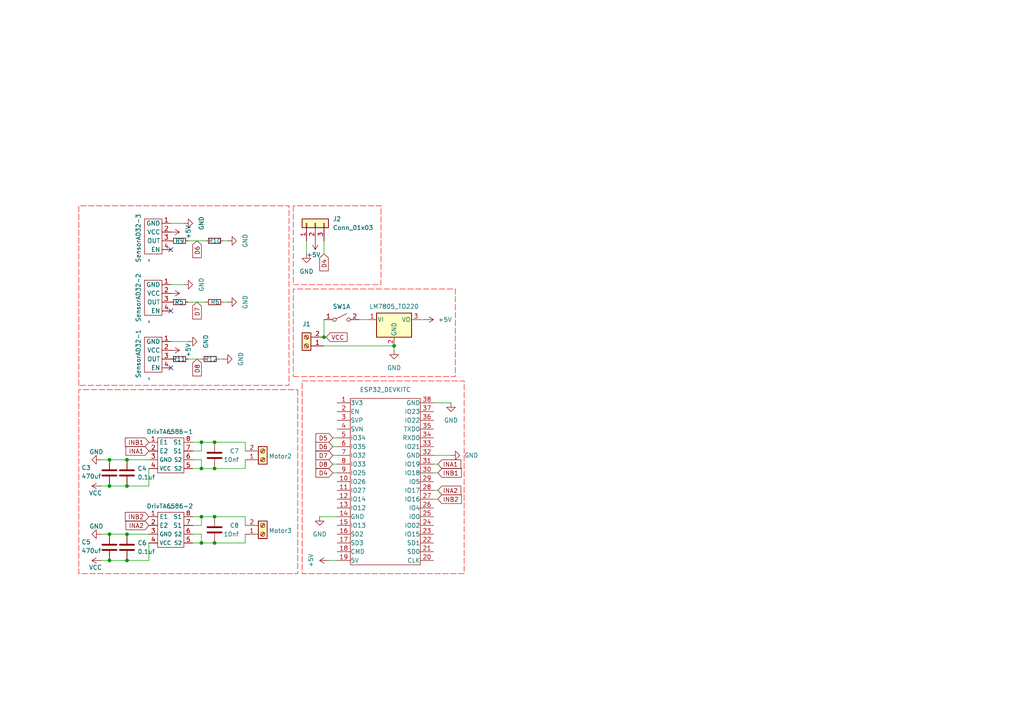
<source format=kicad_sch>
(kicad_sch
	(version 20250114)
	(generator "eeschema")
	(generator_version "9.0")
	(uuid "11ff9c17-546b-4f64-aa35-8b56a34d42c0")
	(paper "A4")
	(lib_symbols
		(symbol "Ad32_5"
			(exclude_from_sim no)
			(in_bom yes)
			(on_board yes)
			(property "Reference" "U"
				(at 0 8.636 0)
				(effects
					(font
						(size 1.27 1.27)
					)
				)
			)
			(property "Value" ""
				(at 0 0 0)
				(effects
					(font
						(size 1.27 1.27)
					)
				)
			)
			(property "Footprint" ""
				(at 0 0 0)
				(effects
					(font
						(size 1.27 1.27)
					)
					(hide yes)
				)
			)
			(property "Datasheet" ""
				(at 0 0 0)
				(effects
					(font
						(size 1.27 1.27)
					)
					(hide yes)
				)
			)
			(property "Description" ""
				(at 0 0 0)
				(effects
					(font
						(size 1.27 1.27)
					)
					(hide yes)
				)
			)
			(symbol "Ad32_5_0_1"
				(rectangle
					(start -2.54 -2.54)
					(end 2.54 7.62)
					(stroke
						(width 0)
						(type default)
					)
					(fill
						(type none)
					)
				)
			)
			(symbol "Ad32_5_1_1"
				(pin output line
					(at 5.08 6.35 180)
					(length 2.54)
					(name "GND"
						(effects
							(font
								(size 1.27 1.27)
							)
						)
					)
					(number "1"
						(effects
							(font
								(size 1.27 1.27)
							)
						)
					)
				)
				(pin input line
					(at 5.08 3.81 180)
					(length 2.54)
					(name "VCC"
						(effects
							(font
								(size 1.27 1.27)
							)
						)
					)
					(number "2"
						(effects
							(font
								(size 1.27 1.27)
							)
						)
					)
				)
				(pin bidirectional line
					(at 5.08 1.27 180)
					(length 2.54)
					(name "OUT"
						(effects
							(font
								(size 1.27 1.27)
							)
						)
					)
					(number "3"
						(effects
							(font
								(size 1.27 1.27)
							)
						)
					)
				)
				(pin bidirectional line
					(at 5.08 -1.27 180)
					(length 2.54)
					(name "EN"
						(effects
							(font
								(size 1.27 1.27)
							)
						)
					)
					(number "4"
						(effects
							(font
								(size 1.27 1.27)
							)
						)
					)
				)
			)
			(embedded_fonts no)
		)
		(symbol "Connector:Screw_Terminal_01x02"
			(pin_names
				(offset 1.016)
				(hide yes)
			)
			(exclude_from_sim no)
			(in_bom yes)
			(on_board yes)
			(property "Reference" "J"
				(at 0 2.54 0)
				(effects
					(font
						(size 1.27 1.27)
					)
				)
			)
			(property "Value" "Screw_Terminal_01x02"
				(at 0 -5.08 0)
				(effects
					(font
						(size 1.27 1.27)
					)
				)
			)
			(property "Footprint" ""
				(at 0 0 0)
				(effects
					(font
						(size 1.27 1.27)
					)
					(hide yes)
				)
			)
			(property "Datasheet" "~"
				(at 0 0 0)
				(effects
					(font
						(size 1.27 1.27)
					)
					(hide yes)
				)
			)
			(property "Description" "Generic screw terminal, single row, 01x02, script generated (kicad-library-utils/schlib/autogen/connector/)"
				(at 0 0 0)
				(effects
					(font
						(size 1.27 1.27)
					)
					(hide yes)
				)
			)
			(property "ki_keywords" "screw terminal"
				(at 0 0 0)
				(effects
					(font
						(size 1.27 1.27)
					)
					(hide yes)
				)
			)
			(property "ki_fp_filters" "TerminalBlock*:*"
				(at 0 0 0)
				(effects
					(font
						(size 1.27 1.27)
					)
					(hide yes)
				)
			)
			(symbol "Screw_Terminal_01x02_1_1"
				(rectangle
					(start -1.27 1.27)
					(end 1.27 -3.81)
					(stroke
						(width 0.254)
						(type default)
					)
					(fill
						(type background)
					)
				)
				(polyline
					(pts
						(xy -0.5334 0.3302) (xy 0.3302 -0.508)
					)
					(stroke
						(width 0.1524)
						(type default)
					)
					(fill
						(type none)
					)
				)
				(polyline
					(pts
						(xy -0.5334 -2.2098) (xy 0.3302 -3.048)
					)
					(stroke
						(width 0.1524)
						(type default)
					)
					(fill
						(type none)
					)
				)
				(polyline
					(pts
						(xy -0.3556 0.508) (xy 0.508 -0.3302)
					)
					(stroke
						(width 0.1524)
						(type default)
					)
					(fill
						(type none)
					)
				)
				(polyline
					(pts
						(xy -0.3556 -2.032) (xy 0.508 -2.8702)
					)
					(stroke
						(width 0.1524)
						(type default)
					)
					(fill
						(type none)
					)
				)
				(circle
					(center 0 0)
					(radius 0.635)
					(stroke
						(width 0.1524)
						(type default)
					)
					(fill
						(type none)
					)
				)
				(circle
					(center 0 -2.54)
					(radius 0.635)
					(stroke
						(width 0.1524)
						(type default)
					)
					(fill
						(type none)
					)
				)
				(pin passive line
					(at -5.08 0 0)
					(length 3.81)
					(name "Pin_1"
						(effects
							(font
								(size 1.27 1.27)
							)
						)
					)
					(number "1"
						(effects
							(font
								(size 1.27 1.27)
							)
						)
					)
				)
				(pin passive line
					(at -5.08 -2.54 0)
					(length 3.81)
					(name "Pin_2"
						(effects
							(font
								(size 1.27 1.27)
							)
						)
					)
					(number "2"
						(effects
							(font
								(size 1.27 1.27)
							)
						)
					)
				)
			)
			(embedded_fonts no)
		)
		(symbol "Connector_Generic:Conn_01x03"
			(pin_names
				(offset 1.016)
				(hide yes)
			)
			(exclude_from_sim no)
			(in_bom yes)
			(on_board yes)
			(property "Reference" "J"
				(at 0 5.08 0)
				(effects
					(font
						(size 1.27 1.27)
					)
				)
			)
			(property "Value" "Conn_01x03"
				(at 0 -5.08 0)
				(effects
					(font
						(size 1.27 1.27)
					)
				)
			)
			(property "Footprint" ""
				(at 0 0 0)
				(effects
					(font
						(size 1.27 1.27)
					)
					(hide yes)
				)
			)
			(property "Datasheet" "~"
				(at 0 0 0)
				(effects
					(font
						(size 1.27 1.27)
					)
					(hide yes)
				)
			)
			(property "Description" "Generic connector, single row, 01x03, script generated (kicad-library-utils/schlib/autogen/connector/)"
				(at 0 0 0)
				(effects
					(font
						(size 1.27 1.27)
					)
					(hide yes)
				)
			)
			(property "ki_keywords" "connector"
				(at 0 0 0)
				(effects
					(font
						(size 1.27 1.27)
					)
					(hide yes)
				)
			)
			(property "ki_fp_filters" "Connector*:*_1x??_*"
				(at 0 0 0)
				(effects
					(font
						(size 1.27 1.27)
					)
					(hide yes)
				)
			)
			(symbol "Conn_01x03_1_1"
				(rectangle
					(start -1.27 3.81)
					(end 1.27 -3.81)
					(stroke
						(width 0.254)
						(type default)
					)
					(fill
						(type background)
					)
				)
				(rectangle
					(start -1.27 2.667)
					(end 0 2.413)
					(stroke
						(width 0.1524)
						(type default)
					)
					(fill
						(type none)
					)
				)
				(rectangle
					(start -1.27 0.127)
					(end 0 -0.127)
					(stroke
						(width 0.1524)
						(type default)
					)
					(fill
						(type none)
					)
				)
				(rectangle
					(start -1.27 -2.413)
					(end 0 -2.667)
					(stroke
						(width 0.1524)
						(type default)
					)
					(fill
						(type none)
					)
				)
				(pin passive line
					(at -5.08 2.54 0)
					(length 3.81)
					(name "Pin_1"
						(effects
							(font
								(size 1.27 1.27)
							)
						)
					)
					(number "1"
						(effects
							(font
								(size 1.27 1.27)
							)
						)
					)
				)
				(pin passive line
					(at -5.08 0 0)
					(length 3.81)
					(name "Pin_2"
						(effects
							(font
								(size 1.27 1.27)
							)
						)
					)
					(number "2"
						(effects
							(font
								(size 1.27 1.27)
							)
						)
					)
				)
				(pin passive line
					(at -5.08 -2.54 0)
					(length 3.81)
					(name "Pin_3"
						(effects
							(font
								(size 1.27 1.27)
							)
						)
					)
					(number "3"
						(effects
							(font
								(size 1.27 1.27)
							)
						)
					)
				)
			)
			(embedded_fonts no)
		)
		(symbol "Device:C"
			(pin_numbers
				(hide yes)
			)
			(pin_names
				(offset 0.254)
			)
			(exclude_from_sim no)
			(in_bom yes)
			(on_board yes)
			(property "Reference" "C"
				(at 0.635 2.54 0)
				(effects
					(font
						(size 1.27 1.27)
					)
					(justify left)
				)
			)
			(property "Value" "C"
				(at 0.635 -2.54 0)
				(effects
					(font
						(size 1.27 1.27)
					)
					(justify left)
				)
			)
			(property "Footprint" ""
				(at 0.9652 -3.81 0)
				(effects
					(font
						(size 1.27 1.27)
					)
					(hide yes)
				)
			)
			(property "Datasheet" "~"
				(at 0 0 0)
				(effects
					(font
						(size 1.27 1.27)
					)
					(hide yes)
				)
			)
			(property "Description" "Unpolarized capacitor"
				(at 0 0 0)
				(effects
					(font
						(size 1.27 1.27)
					)
					(hide yes)
				)
			)
			(property "ki_keywords" "cap capacitor"
				(at 0 0 0)
				(effects
					(font
						(size 1.27 1.27)
					)
					(hide yes)
				)
			)
			(property "ki_fp_filters" "C_*"
				(at 0 0 0)
				(effects
					(font
						(size 1.27 1.27)
					)
					(hide yes)
				)
			)
			(symbol "C_0_1"
				(polyline
					(pts
						(xy -2.032 0.762) (xy 2.032 0.762)
					)
					(stroke
						(width 0.508)
						(type default)
					)
					(fill
						(type none)
					)
				)
				(polyline
					(pts
						(xy -2.032 -0.762) (xy 2.032 -0.762)
					)
					(stroke
						(width 0.508)
						(type default)
					)
					(fill
						(type none)
					)
				)
			)
			(symbol "C_1_1"
				(pin passive line
					(at 0 3.81 270)
					(length 2.794)
					(name "~"
						(effects
							(font
								(size 1.27 1.27)
							)
						)
					)
					(number "1"
						(effects
							(font
								(size 1.27 1.27)
							)
						)
					)
				)
				(pin passive line
					(at 0 -3.81 90)
					(length 2.794)
					(name "~"
						(effects
							(font
								(size 1.27 1.27)
							)
						)
					)
					(number "2"
						(effects
							(font
								(size 1.27 1.27)
							)
						)
					)
				)
			)
			(embedded_fonts no)
		)
		(symbol "Device:R_Small"
			(pin_numbers
				(hide yes)
			)
			(pin_names
				(offset 0.254)
				(hide yes)
			)
			(exclude_from_sim no)
			(in_bom yes)
			(on_board yes)
			(property "Reference" "R"
				(at 0.762 0.508 0)
				(effects
					(font
						(size 1.27 1.27)
					)
					(justify left)
				)
			)
			(property "Value" "R_Small"
				(at 0.762 -1.016 0)
				(effects
					(font
						(size 1.27 1.27)
					)
					(justify left)
				)
			)
			(property "Footprint" ""
				(at 0 0 0)
				(effects
					(font
						(size 1.27 1.27)
					)
					(hide yes)
				)
			)
			(property "Datasheet" "~"
				(at 0 0 0)
				(effects
					(font
						(size 1.27 1.27)
					)
					(hide yes)
				)
			)
			(property "Description" "Resistor, small symbol"
				(at 0 0 0)
				(effects
					(font
						(size 1.27 1.27)
					)
					(hide yes)
				)
			)
			(property "ki_keywords" "R resistor"
				(at 0 0 0)
				(effects
					(font
						(size 1.27 1.27)
					)
					(hide yes)
				)
			)
			(property "ki_fp_filters" "R_*"
				(at 0 0 0)
				(effects
					(font
						(size 1.27 1.27)
					)
					(hide yes)
				)
			)
			(symbol "R_Small_0_1"
				(rectangle
					(start -0.762 1.778)
					(end 0.762 -1.778)
					(stroke
						(width 0.2032)
						(type default)
					)
					(fill
						(type none)
					)
				)
			)
			(symbol "R_Small_1_1"
				(pin passive line
					(at 0 2.54 270)
					(length 0.762)
					(name "~"
						(effects
							(font
								(size 1.27 1.27)
							)
						)
					)
					(number "1"
						(effects
							(font
								(size 1.27 1.27)
							)
						)
					)
				)
				(pin passive line
					(at 0 -2.54 90)
					(length 0.762)
					(name "~"
						(effects
							(font
								(size 1.27 1.27)
							)
						)
					)
					(number "2"
						(effects
							(font
								(size 1.27 1.27)
							)
						)
					)
				)
			)
			(embedded_fonts no)
		)
		(symbol "EESTN5:ESP32_DEVKITC"
			(pin_names
				(offset 0.0254)
			)
			(exclude_from_sim no)
			(in_bom yes)
			(on_board yes)
			(property "Reference" "U"
				(at 0 25.4 0)
				(effects
					(font
						(size 1.27 1.27)
					)
				)
			)
			(property "Value" "ESP32_DEVKITC"
				(at 0 -25.4 0)
				(effects
					(font
						(size 1.27 1.27)
					)
				)
			)
			(property "Footprint" ""
				(at -7.62 -25.4 0)
				(effects
					(font
						(size 1.27 1.27)
					)
					(hide yes)
				)
			)
			(property "Datasheet" ""
				(at -7.62 -25.4 0)
				(effects
					(font
						(size 1.27 1.27)
					)
					(hide yes)
				)
			)
			(property "Description" "ESP32-DEVKITC"
				(at 0 0 0)
				(effects
					(font
						(size 1.27 1.27)
					)
					(hide yes)
				)
			)
			(property "ki_fp_filters" "ESP32*"
				(at 0 0 0)
				(effects
					(font
						(size 1.27 1.27)
					)
					(hide yes)
				)
			)
			(symbol "ESP32_DEVKITC_0_1"
				(rectangle
					(start -10.16 24.13)
					(end 10.16 -24.13)
					(stroke
						(width 0)
						(type solid)
					)
					(fill
						(type none)
					)
				)
			)
			(symbol "ESP32_DEVKITC_1_1"
				(pin passive line
					(at -13.97 22.86 0)
					(length 3.81)
					(name "3V3"
						(effects
							(font
								(size 1.27 1.27)
							)
						)
					)
					(number "1"
						(effects
							(font
								(size 1.27 1.27)
							)
						)
					)
				)
				(pin passive line
					(at -13.97 20.32 0)
					(length 3.81)
					(name "EN"
						(effects
							(font
								(size 1.27 1.27)
							)
						)
					)
					(number "2"
						(effects
							(font
								(size 1.27 1.27)
							)
						)
					)
				)
				(pin passive line
					(at -13.97 17.78 0)
					(length 3.81)
					(name "SVP"
						(effects
							(font
								(size 1.27 1.27)
							)
						)
					)
					(number "3"
						(effects
							(font
								(size 1.27 1.27)
							)
						)
					)
				)
				(pin passive line
					(at -13.97 15.24 0)
					(length 3.81)
					(name "SVN"
						(effects
							(font
								(size 1.27 1.27)
							)
						)
					)
					(number "4"
						(effects
							(font
								(size 1.27 1.27)
							)
						)
					)
				)
				(pin passive line
					(at -13.97 12.7 0)
					(length 3.81)
					(name "IO34"
						(effects
							(font
								(size 1.27 1.27)
							)
						)
					)
					(number "5"
						(effects
							(font
								(size 1.27 1.27)
							)
						)
					)
				)
				(pin passive line
					(at -13.97 10.16 0)
					(length 3.81)
					(name "IO35"
						(effects
							(font
								(size 1.27 1.27)
							)
						)
					)
					(number "6"
						(effects
							(font
								(size 1.27 1.27)
							)
						)
					)
				)
				(pin passive line
					(at -13.97 7.62 0)
					(length 3.81)
					(name "IO32"
						(effects
							(font
								(size 1.27 1.27)
							)
						)
					)
					(number "7"
						(effects
							(font
								(size 1.27 1.27)
							)
						)
					)
				)
				(pin passive line
					(at -13.97 5.08 0)
					(length 3.81)
					(name "IO33"
						(effects
							(font
								(size 1.27 1.27)
							)
						)
					)
					(number "8"
						(effects
							(font
								(size 1.27 1.27)
							)
						)
					)
				)
				(pin passive line
					(at -13.97 2.54 0)
					(length 3.81)
					(name "IO25"
						(effects
							(font
								(size 1.27 1.27)
							)
						)
					)
					(number "9"
						(effects
							(font
								(size 1.27 1.27)
							)
						)
					)
				)
				(pin passive line
					(at -13.97 0 0)
					(length 3.81)
					(name "IO26"
						(effects
							(font
								(size 1.27 1.27)
							)
						)
					)
					(number "10"
						(effects
							(font
								(size 1.27 1.27)
							)
						)
					)
				)
				(pin passive line
					(at -13.97 -2.54 0)
					(length 3.81)
					(name "IO27"
						(effects
							(font
								(size 1.27 1.27)
							)
						)
					)
					(number "11"
						(effects
							(font
								(size 1.27 1.27)
							)
						)
					)
				)
				(pin passive line
					(at -13.97 -5.08 0)
					(length 3.81)
					(name "IO14"
						(effects
							(font
								(size 1.27 1.27)
							)
						)
					)
					(number "12"
						(effects
							(font
								(size 1.27 1.27)
							)
						)
					)
				)
				(pin passive line
					(at -13.97 -7.62 0)
					(length 3.81)
					(name "IO12"
						(effects
							(font
								(size 1.27 1.27)
							)
						)
					)
					(number "13"
						(effects
							(font
								(size 1.27 1.27)
							)
						)
					)
				)
				(pin passive line
					(at -13.97 -10.16 0)
					(length 3.81)
					(name "GND"
						(effects
							(font
								(size 1.27 1.27)
							)
						)
					)
					(number "14"
						(effects
							(font
								(size 1.27 1.27)
							)
						)
					)
				)
				(pin passive line
					(at -13.97 -12.7 0)
					(length 3.81)
					(name "IO13"
						(effects
							(font
								(size 1.27 1.27)
							)
						)
					)
					(number "15"
						(effects
							(font
								(size 1.27 1.27)
							)
						)
					)
				)
				(pin passive line
					(at -13.97 -15.24 0)
					(length 3.81)
					(name "SD2"
						(effects
							(font
								(size 1.27 1.27)
							)
						)
					)
					(number "16"
						(effects
							(font
								(size 1.27 1.27)
							)
						)
					)
				)
				(pin passive line
					(at -13.97 -17.78 0)
					(length 3.81)
					(name "SD3"
						(effects
							(font
								(size 1.27 1.27)
							)
						)
					)
					(number "17"
						(effects
							(font
								(size 1.27 1.27)
							)
						)
					)
				)
				(pin passive line
					(at -13.97 -20.32 0)
					(length 3.81)
					(name "CMD"
						(effects
							(font
								(size 1.27 1.27)
							)
						)
					)
					(number "18"
						(effects
							(font
								(size 1.27 1.27)
							)
						)
					)
				)
				(pin passive line
					(at -13.97 -22.86 0)
					(length 3.81)
					(name "5V"
						(effects
							(font
								(size 1.27 1.27)
							)
						)
					)
					(number "19"
						(effects
							(font
								(size 1.27 1.27)
							)
						)
					)
				)
				(pin passive line
					(at 13.97 22.86 180)
					(length 3.81)
					(name "GND"
						(effects
							(font
								(size 1.27 1.27)
							)
						)
					)
					(number "38"
						(effects
							(font
								(size 1.27 1.27)
							)
						)
					)
				)
				(pin passive line
					(at 13.97 20.32 180)
					(length 3.81)
					(name "IO23"
						(effects
							(font
								(size 1.27 1.27)
							)
						)
					)
					(number "37"
						(effects
							(font
								(size 1.27 1.27)
							)
						)
					)
				)
				(pin passive line
					(at 13.97 17.78 180)
					(length 3.81)
					(name "IO22"
						(effects
							(font
								(size 1.27 1.27)
							)
						)
					)
					(number "36"
						(effects
							(font
								(size 1.27 1.27)
							)
						)
					)
				)
				(pin passive line
					(at 13.97 15.24 180)
					(length 3.81)
					(name "TXD0"
						(effects
							(font
								(size 1.27 1.27)
							)
						)
					)
					(number "35"
						(effects
							(font
								(size 1.27 1.27)
							)
						)
					)
				)
				(pin passive line
					(at 13.97 12.7 180)
					(length 3.81)
					(name "RXD0"
						(effects
							(font
								(size 1.27 1.27)
							)
						)
					)
					(number "34"
						(effects
							(font
								(size 1.27 1.27)
							)
						)
					)
				)
				(pin passive line
					(at 13.97 10.16 180)
					(length 3.81)
					(name "IO21"
						(effects
							(font
								(size 1.27 1.27)
							)
						)
					)
					(number "33"
						(effects
							(font
								(size 1.27 1.27)
							)
						)
					)
				)
				(pin passive line
					(at 13.97 7.62 180)
					(length 3.81)
					(name "GND"
						(effects
							(font
								(size 1.27 1.27)
							)
						)
					)
					(number "32"
						(effects
							(font
								(size 1.27 1.27)
							)
						)
					)
				)
				(pin passive line
					(at 13.97 5.08 180)
					(length 3.81)
					(name "IO19"
						(effects
							(font
								(size 1.27 1.27)
							)
						)
					)
					(number "31"
						(effects
							(font
								(size 1.27 1.27)
							)
						)
					)
				)
				(pin passive line
					(at 13.97 2.54 180)
					(length 3.81)
					(name "IO18"
						(effects
							(font
								(size 1.27 1.27)
							)
						)
					)
					(number "30"
						(effects
							(font
								(size 1.27 1.27)
							)
						)
					)
				)
				(pin passive line
					(at 13.97 0 180)
					(length 3.81)
					(name "IO5"
						(effects
							(font
								(size 1.27 1.27)
							)
						)
					)
					(number "29"
						(effects
							(font
								(size 1.27 1.27)
							)
						)
					)
				)
				(pin passive line
					(at 13.97 -2.54 180)
					(length 3.81)
					(name "IO17"
						(effects
							(font
								(size 1.27 1.27)
							)
						)
					)
					(number "28"
						(effects
							(font
								(size 1.27 1.27)
							)
						)
					)
				)
				(pin passive line
					(at 13.97 -5.08 180)
					(length 3.81)
					(name "IO16"
						(effects
							(font
								(size 1.27 1.27)
							)
						)
					)
					(number "27"
						(effects
							(font
								(size 1.27 1.27)
							)
						)
					)
				)
				(pin passive line
					(at 13.97 -7.62 180)
					(length 3.81)
					(name "IO4"
						(effects
							(font
								(size 1.27 1.27)
							)
						)
					)
					(number "26"
						(effects
							(font
								(size 1.27 1.27)
							)
						)
					)
				)
				(pin passive line
					(at 13.97 -10.16 180)
					(length 3.81)
					(name "IO0"
						(effects
							(font
								(size 1.27 1.27)
							)
						)
					)
					(number "25"
						(effects
							(font
								(size 1.27 1.27)
							)
						)
					)
				)
				(pin passive line
					(at 13.97 -12.7 180)
					(length 3.81)
					(name "IO02"
						(effects
							(font
								(size 1.27 1.27)
							)
						)
					)
					(number "24"
						(effects
							(font
								(size 1.27 1.27)
							)
						)
					)
				)
				(pin passive line
					(at 13.97 -15.24 180)
					(length 3.81)
					(name "IO15"
						(effects
							(font
								(size 1.27 1.27)
							)
						)
					)
					(number "23"
						(effects
							(font
								(size 1.27 1.27)
							)
						)
					)
				)
				(pin passive line
					(at 13.97 -17.78 180)
					(length 3.81)
					(name "SD1"
						(effects
							(font
								(size 1.27 1.27)
							)
						)
					)
					(number "22"
						(effects
							(font
								(size 1.27 1.27)
							)
						)
					)
				)
				(pin passive line
					(at 13.97 -20.32 180)
					(length 3.81)
					(name "SD0"
						(effects
							(font
								(size 1.27 1.27)
							)
						)
					)
					(number "21"
						(effects
							(font
								(size 1.27 1.27)
							)
						)
					)
				)
				(pin passive line
					(at 13.97 -22.86 180)
					(length 3.81)
					(name "CLK"
						(effects
							(font
								(size 1.27 1.27)
							)
						)
					)
					(number "20"
						(effects
							(font
								(size 1.27 1.27)
							)
						)
					)
				)
			)
			(embedded_fonts no)
		)
		(symbol "New_Library_Triatlón:TA6586"
			(exclude_from_sim no)
			(in_bom yes)
			(on_board yes)
			(property "Reference" "DriverTA6586"
				(at -7.366 7.112 0)
				(effects
					(font
						(size 1.27 1.27)
					)
				)
			)
			(property "Value" ""
				(at 0 0 0)
				(effects
					(font
						(size 1.27 1.27)
					)
				)
			)
			(property "Footprint" ""
				(at 0 0 0)
				(effects
					(font
						(size 1.27 1.27)
					)
					(hide yes)
				)
			)
			(property "Datasheet" ""
				(at 0 0 0)
				(effects
					(font
						(size 1.27 1.27)
					)
					(hide yes)
				)
			)
			(property "Description" ""
				(at 0 0 0)
				(effects
					(font
						(size 1.27 1.27)
					)
					(hide yes)
				)
			)
			(symbol "TA6586_0_1"
				(rectangle
					(start -11.43 5.08)
					(end -3.81 -5.08)
					(stroke
						(width 0)
						(type default)
					)
					(fill
						(type none)
					)
				)
			)
			(symbol "TA6586_1_1"
				(pin bidirectional line
					(at -13.97 3.81 0)
					(length 2.54)
					(name "E1"
						(effects
							(font
								(size 1.27 1.27)
							)
						)
					)
					(number "1"
						(effects
							(font
								(size 1.27 1.27)
							)
						)
					)
				)
				(pin bidirectional line
					(at -13.97 1.27 0)
					(length 2.54)
					(name "E2"
						(effects
							(font
								(size 1.27 1.27)
							)
						)
					)
					(number "2"
						(effects
							(font
								(size 1.27 1.27)
							)
						)
					)
				)
				(pin output line
					(at -13.97 -1.27 0)
					(length 2.54)
					(name "GND"
						(effects
							(font
								(size 1.143 1.143)
							)
						)
					)
					(number "3"
						(effects
							(font
								(size 1.27 1.27)
							)
						)
					)
				)
				(pin input line
					(at -13.97 -3.81 0)
					(length 2.54)
					(name "VCC"
						(effects
							(font
								(size 1.143 1.143)
							)
						)
					)
					(number "4"
						(effects
							(font
								(size 1.27 1.27)
							)
						)
					)
				)
				(pin bidirectional line
					(at -1.27 3.81 180)
					(length 2.54)
					(name "S1"
						(effects
							(font
								(size 1.27 1.27)
							)
						)
					)
					(number "8"
						(effects
							(font
								(size 1.27 1.27)
							)
						)
					)
				)
				(pin bidirectional line
					(at -1.27 1.27 180)
					(length 2.54)
					(name "S1"
						(effects
							(font
								(size 1.27 1.27)
							)
						)
					)
					(number "7"
						(effects
							(font
								(size 1.27 1.27)
							)
						)
					)
				)
				(pin bidirectional line
					(at -1.27 -1.27 180)
					(length 2.54)
					(name "S2"
						(effects
							(font
								(size 1.143 1.143)
							)
						)
					)
					(number "6"
						(effects
							(font
								(size 1.27 1.27)
							)
						)
					)
				)
				(pin bidirectional line
					(at -1.27 -3.81 180)
					(length 2.54)
					(name "S2"
						(effects
							(font
								(size 1.143 1.143)
							)
						)
					)
					(number "5"
						(effects
							(font
								(size 1.27 1.27)
							)
						)
					)
				)
			)
			(embedded_fonts no)
		)
		(symbol "Regulator_Linear:LM7805_TO220"
			(pin_names
				(offset 0.254)
			)
			(exclude_from_sim no)
			(in_bom yes)
			(on_board yes)
			(property "Reference" "U"
				(at -3.81 3.175 0)
				(effects
					(font
						(size 1.27 1.27)
					)
				)
			)
			(property "Value" "LM7805_TO220"
				(at 0 3.175 0)
				(effects
					(font
						(size 1.27 1.27)
					)
					(justify left)
				)
			)
			(property "Footprint" "Package_TO_SOT_THT:TO-220-3_Vertical"
				(at 0 5.715 0)
				(effects
					(font
						(size 1.27 1.27)
						(italic yes)
					)
					(hide yes)
				)
			)
			(property "Datasheet" "https://www.onsemi.cn/PowerSolutions/document/MC7800-D.PDF"
				(at 0 -1.27 0)
				(effects
					(font
						(size 1.27 1.27)
					)
					(hide yes)
				)
			)
			(property "Description" "Positive 1A 35V Linear Regulator, Fixed Output 5V, TO-220"
				(at 0 0 0)
				(effects
					(font
						(size 1.27 1.27)
					)
					(hide yes)
				)
			)
			(property "ki_keywords" "Voltage Regulator 1A Positive"
				(at 0 0 0)
				(effects
					(font
						(size 1.27 1.27)
					)
					(hide yes)
				)
			)
			(property "ki_fp_filters" "TO?220*"
				(at 0 0 0)
				(effects
					(font
						(size 1.27 1.27)
					)
					(hide yes)
				)
			)
			(symbol "LM7805_TO220_0_1"
				(rectangle
					(start -5.08 1.905)
					(end 5.08 -5.08)
					(stroke
						(width 0.254)
						(type default)
					)
					(fill
						(type background)
					)
				)
			)
			(symbol "LM7805_TO220_1_1"
				(pin power_in line
					(at -7.62 0 0)
					(length 2.54)
					(name "VI"
						(effects
							(font
								(size 1.27 1.27)
							)
						)
					)
					(number "1"
						(effects
							(font
								(size 1.27 1.27)
							)
						)
					)
				)
				(pin power_in line
					(at 0 -7.62 90)
					(length 2.54)
					(name "GND"
						(effects
							(font
								(size 1.27 1.27)
							)
						)
					)
					(number "2"
						(effects
							(font
								(size 1.27 1.27)
							)
						)
					)
				)
				(pin power_out line
					(at 7.62 0 180)
					(length 2.54)
					(name "VO"
						(effects
							(font
								(size 1.27 1.27)
							)
						)
					)
					(number "3"
						(effects
							(font
								(size 1.27 1.27)
							)
						)
					)
				)
			)
			(embedded_fonts no)
		)
		(symbol "Switch:SW_DPST_x2"
			(pin_names
				(offset 0)
				(hide yes)
			)
			(exclude_from_sim no)
			(in_bom yes)
			(on_board yes)
			(property "Reference" "SW"
				(at 0 3.175 0)
				(effects
					(font
						(size 1.27 1.27)
					)
				)
			)
			(property "Value" "SW_DPST_x2"
				(at 0 -2.54 0)
				(effects
					(font
						(size 1.27 1.27)
					)
				)
			)
			(property "Footprint" ""
				(at 0 0 0)
				(effects
					(font
						(size 1.27 1.27)
					)
					(hide yes)
				)
			)
			(property "Datasheet" "~"
				(at 0 0 0)
				(effects
					(font
						(size 1.27 1.27)
					)
					(hide yes)
				)
			)
			(property "Description" "Single Pole Single Throw (SPST) switch, separate symbol"
				(at 0 0 0)
				(effects
					(font
						(size 1.27 1.27)
					)
					(hide yes)
				)
			)
			(property "ki_keywords" "switch lever"
				(at 0 0 0)
				(effects
					(font
						(size 1.27 1.27)
					)
					(hide yes)
				)
			)
			(symbol "SW_DPST_x2_0_0"
				(circle
					(center -2.032 0)
					(radius 0.508)
					(stroke
						(width 0)
						(type default)
					)
					(fill
						(type none)
					)
				)
				(polyline
					(pts
						(xy -1.524 0.254) (xy 1.524 1.778)
					)
					(stroke
						(width 0)
						(type default)
					)
					(fill
						(type none)
					)
				)
				(circle
					(center 2.032 0)
					(radius 0.508)
					(stroke
						(width 0)
						(type default)
					)
					(fill
						(type none)
					)
				)
			)
			(symbol "SW_DPST_x2_1_1"
				(pin passive line
					(at -5.08 0 0)
					(length 2.54)
					(name "A"
						(effects
							(font
								(size 1.27 1.27)
							)
						)
					)
					(number "1"
						(effects
							(font
								(size 1.27 1.27)
							)
						)
					)
				)
				(pin passive line
					(at 5.08 0 180)
					(length 2.54)
					(name "B"
						(effects
							(font
								(size 1.27 1.27)
							)
						)
					)
					(number "2"
						(effects
							(font
								(size 1.27 1.27)
							)
						)
					)
				)
			)
			(symbol "SW_DPST_x2_2_1"
				(pin passive line
					(at -5.08 0 0)
					(length 2.54)
					(name "A"
						(effects
							(font
								(size 1.27 1.27)
							)
						)
					)
					(number "3"
						(effects
							(font
								(size 1.27 1.27)
							)
						)
					)
				)
				(pin passive line
					(at 5.08 0 180)
					(length 2.54)
					(name "B"
						(effects
							(font
								(size 1.27 1.27)
							)
						)
					)
					(number "4"
						(effects
							(font
								(size 1.27 1.27)
							)
						)
					)
				)
			)
			(embedded_fonts no)
		)
		(symbol "power:+5V"
			(power)
			(pin_numbers
				(hide yes)
			)
			(pin_names
				(offset 0)
				(hide yes)
			)
			(exclude_from_sim no)
			(in_bom yes)
			(on_board yes)
			(property "Reference" "#PWR"
				(at 0 -3.81 0)
				(effects
					(font
						(size 1.27 1.27)
					)
					(hide yes)
				)
			)
			(property "Value" "+5V"
				(at 0 3.556 0)
				(effects
					(font
						(size 1.27 1.27)
					)
				)
			)
			(property "Footprint" ""
				(at 0 0 0)
				(effects
					(font
						(size 1.27 1.27)
					)
					(hide yes)
				)
			)
			(property "Datasheet" ""
				(at 0 0 0)
				(effects
					(font
						(size 1.27 1.27)
					)
					(hide yes)
				)
			)
			(property "Description" "Power symbol creates a global label with name \"+5V\""
				(at 0 0 0)
				(effects
					(font
						(size 1.27 1.27)
					)
					(hide yes)
				)
			)
			(property "ki_keywords" "global power"
				(at 0 0 0)
				(effects
					(font
						(size 1.27 1.27)
					)
					(hide yes)
				)
			)
			(symbol "+5V_0_1"
				(polyline
					(pts
						(xy -0.762 1.27) (xy 0 2.54)
					)
					(stroke
						(width 0)
						(type default)
					)
					(fill
						(type none)
					)
				)
				(polyline
					(pts
						(xy 0 2.54) (xy 0.762 1.27)
					)
					(stroke
						(width 0)
						(type default)
					)
					(fill
						(type none)
					)
				)
				(polyline
					(pts
						(xy 0 0) (xy 0 2.54)
					)
					(stroke
						(width 0)
						(type default)
					)
					(fill
						(type none)
					)
				)
			)
			(symbol "+5V_1_1"
				(pin power_in line
					(at 0 0 90)
					(length 0)
					(name "~"
						(effects
							(font
								(size 1.27 1.27)
							)
						)
					)
					(number "1"
						(effects
							(font
								(size 1.27 1.27)
							)
						)
					)
				)
			)
			(embedded_fonts no)
		)
		(symbol "power:GND"
			(power)
			(pin_numbers
				(hide yes)
			)
			(pin_names
				(offset 0)
				(hide yes)
			)
			(exclude_from_sim no)
			(in_bom yes)
			(on_board yes)
			(property "Reference" "#PWR"
				(at 0 -6.35 0)
				(effects
					(font
						(size 1.27 1.27)
					)
					(hide yes)
				)
			)
			(property "Value" "GND"
				(at 0 -3.81 0)
				(effects
					(font
						(size 1.27 1.27)
					)
				)
			)
			(property "Footprint" ""
				(at 0 0 0)
				(effects
					(font
						(size 1.27 1.27)
					)
					(hide yes)
				)
			)
			(property "Datasheet" ""
				(at 0 0 0)
				(effects
					(font
						(size 1.27 1.27)
					)
					(hide yes)
				)
			)
			(property "Description" "Power symbol creates a global label with name \"GND\" , ground"
				(at 0 0 0)
				(effects
					(font
						(size 1.27 1.27)
					)
					(hide yes)
				)
			)
			(property "ki_keywords" "global power"
				(at 0 0 0)
				(effects
					(font
						(size 1.27 1.27)
					)
					(hide yes)
				)
			)
			(symbol "GND_0_1"
				(polyline
					(pts
						(xy 0 0) (xy 0 -1.27) (xy 1.27 -1.27) (xy 0 -2.54) (xy -1.27 -1.27) (xy 0 -1.27)
					)
					(stroke
						(width 0)
						(type default)
					)
					(fill
						(type none)
					)
				)
			)
			(symbol "GND_1_1"
				(pin power_in line
					(at 0 0 270)
					(length 0)
					(name "~"
						(effects
							(font
								(size 1.27 1.27)
							)
						)
					)
					(number "1"
						(effects
							(font
								(size 1.27 1.27)
							)
						)
					)
				)
			)
			(embedded_fonts no)
		)
	)
	(junction
		(at 62.23 135.89)
		(diameter 0)
		(color 0 0 0 0)
		(uuid "06bf2f90-8e5a-4fa3-817b-9a42e52b0d80")
	)
	(junction
		(at 62.23 157.48)
		(diameter 0)
		(color 0 0 0 0)
		(uuid "0b689920-b9c1-478e-9374-e80ae6e5f23d")
	)
	(junction
		(at 58.42 149.86)
		(diameter 0)
		(color 0 0 0 0)
		(uuid "26ccb78f-d6df-4929-b48c-05ab53137316")
	)
	(junction
		(at 36.83 140.97)
		(diameter 0)
		(color 0 0 0 0)
		(uuid "27fbd4d0-a0c8-4585-b708-7c2f933265ab")
	)
	(junction
		(at 114.3 100.33)
		(diameter 0)
		(color 0 0 0 0)
		(uuid "4ba7a6aa-a0d8-44bf-9e3a-62a87af19b04")
	)
	(junction
		(at 58.42 157.48)
		(diameter 0)
		(color 0 0 0 0)
		(uuid "59eab5f2-5655-4331-8168-6cf96b30f2da")
	)
	(junction
		(at 58.42 128.27)
		(diameter 0)
		(color 0 0 0 0)
		(uuid "72805825-9ce6-4f0e-9059-ce6813427fe9")
	)
	(junction
		(at 93.98 97.79)
		(diameter 0)
		(color 0 0 0 0)
		(uuid "739a60d8-6265-4889-8db0-3a07dc79511d")
	)
	(junction
		(at 36.83 133.35)
		(diameter 0)
		(color 0 0 0 0)
		(uuid "77e4a4d0-4c7a-4f3c-9b5e-220b6c19a6ec")
	)
	(junction
		(at 36.83 154.94)
		(diameter 0)
		(color 0 0 0 0)
		(uuid "909be70b-9d13-4126-bd68-306073fc1a97")
	)
	(junction
		(at 62.23 149.86)
		(diameter 0)
		(color 0 0 0 0)
		(uuid "9b2d0f0e-dfc8-4021-92bf-bb3e64d7c684")
	)
	(junction
		(at 31.75 140.97)
		(diameter 0)
		(color 0 0 0 0)
		(uuid "a4c41cbd-e6ec-46b5-b7be-34994e555d43")
	)
	(junction
		(at 62.23 128.27)
		(diameter 0)
		(color 0 0 0 0)
		(uuid "b152de2c-5d9a-4218-b5aa-e28ea0a81bab")
	)
	(junction
		(at 31.75 162.56)
		(diameter 0)
		(color 0 0 0 0)
		(uuid "b31d8534-6b4f-40c1-b30f-cbc6da418ade")
	)
	(junction
		(at 58.42 135.89)
		(diameter 0)
		(color 0 0 0 0)
		(uuid "d4a5cfa5-e205-4737-916b-564e0fabc4f3")
	)
	(junction
		(at 31.75 154.94)
		(diameter 0)
		(color 0 0 0 0)
		(uuid "e6a622e4-50ef-4257-b4f4-d0bbfd864cae")
	)
	(junction
		(at 36.83 162.56)
		(diameter 0)
		(color 0 0 0 0)
		(uuid "ec926f40-8895-40f1-b4c8-9473a1f7c1d5")
	)
	(junction
		(at 31.75 133.35)
		(diameter 0)
		(color 0 0 0 0)
		(uuid "fcbd490f-6037-4646-b6ed-81d486fec222")
	)
	(no_connect
		(at 49.53 72.39)
		(uuid "1ec8b5fd-9eac-49ed-ab0b-6f3f4a06c685")
	)
	(no_connect
		(at 49.53 106.68)
		(uuid "447432fe-e396-40b2-8cf5-56e67ef76ae2")
	)
	(no_connect
		(at 49.53 90.17)
		(uuid "e5083e57-8322-451b-a923-cfe343d25d3f")
	)
	(wire
		(pts
			(xy 29.21 162.56) (xy 31.75 162.56)
		)
		(stroke
			(width 0)
			(type default)
		)
		(uuid "009f5bf9-6766-42b1-b58e-10a40431604a")
	)
	(wire
		(pts
			(xy 125.73 132.08) (xy 130.81 132.08)
		)
		(stroke
			(width 0)
			(type default)
		)
		(uuid "0234309c-da42-4ac3-91b4-91c59179f222")
	)
	(wire
		(pts
			(xy 62.23 135.89) (xy 71.12 135.89)
		)
		(stroke
			(width 0)
			(type default)
		)
		(uuid "046a451e-7c91-4d5d-a3cb-7a3da3aeb8cb")
	)
	(wire
		(pts
			(xy 93.98 92.71) (xy 93.98 97.79)
		)
		(stroke
			(width 0)
			(type default)
		)
		(uuid "07205c38-60c9-4010-8edd-0e5cbba73d35")
	)
	(wire
		(pts
			(xy 71.12 157.48) (xy 71.12 154.94)
		)
		(stroke
			(width 0)
			(type default)
		)
		(uuid "08cdca60-aadb-431b-831a-63940683b1ac")
	)
	(wire
		(pts
			(xy 58.42 154.94) (xy 58.42 157.48)
		)
		(stroke
			(width 0)
			(type default)
		)
		(uuid "0ae3eba6-44aa-4e0a-accf-812ebdaa95cf")
	)
	(wire
		(pts
			(xy 106.68 92.71) (xy 104.14 92.71)
		)
		(stroke
			(width 0)
			(type default)
		)
		(uuid "0bb90749-a120-42ad-a7c7-f1de82bd14c1")
	)
	(wire
		(pts
			(xy 71.12 128.27) (xy 71.12 130.81)
		)
		(stroke
			(width 0)
			(type default)
		)
		(uuid "0ccf267c-b9ff-4292-94b3-a8581c3d34a4")
	)
	(wire
		(pts
			(xy 59.69 87.63) (xy 54.61 87.63)
		)
		(stroke
			(width 0)
			(type default)
		)
		(uuid "10e87024-d280-461f-b693-714fedd000cd")
	)
	(wire
		(pts
			(xy 55.88 149.86) (xy 58.42 149.86)
		)
		(stroke
			(width 0)
			(type default)
		)
		(uuid "10eef5bb-0204-4d5c-a13c-34a1ca2f2033")
	)
	(wire
		(pts
			(xy 58.42 152.4) (xy 58.42 149.86)
		)
		(stroke
			(width 0)
			(type default)
		)
		(uuid "10fdf2f6-e80a-471c-90e3-bbc6ca3b9524")
	)
	(wire
		(pts
			(xy 62.23 149.86) (xy 71.12 149.86)
		)
		(stroke
			(width 0)
			(type default)
		)
		(uuid "150a29b4-61b0-4082-be17-43f2a25e9322")
	)
	(wire
		(pts
			(xy 121.92 92.71) (xy 123.19 92.71)
		)
		(stroke
			(width 0)
			(type default)
		)
		(uuid "158a4277-7d97-4131-aeb7-f67258102da6")
	)
	(wire
		(pts
			(xy 36.83 140.97) (xy 43.18 140.97)
		)
		(stroke
			(width 0)
			(type default)
		)
		(uuid "19b08b58-f918-4afd-98d0-f8ec5790e214")
	)
	(wire
		(pts
			(xy 36.83 133.35) (xy 43.18 133.35)
		)
		(stroke
			(width 0)
			(type default)
		)
		(uuid "1c2e97b8-d075-46a3-b2c8-e91366e5836d")
	)
	(wire
		(pts
			(xy 62.23 157.48) (xy 71.12 157.48)
		)
		(stroke
			(width 0)
			(type default)
		)
		(uuid "212652b0-716c-4ff4-a4d3-d6db98baf4af")
	)
	(wire
		(pts
			(xy 58.42 104.14) (xy 54.61 104.14)
		)
		(stroke
			(width 0)
			(type default)
		)
		(uuid "23968049-5d82-4d5b-a5c3-f3acb40353af")
	)
	(wire
		(pts
			(xy 31.75 133.35) (xy 36.83 133.35)
		)
		(stroke
			(width 0)
			(type default)
		)
		(uuid "274af089-06ee-4264-a962-7b3cb7e7eb87")
	)
	(wire
		(pts
			(xy 29.21 140.97) (xy 31.75 140.97)
		)
		(stroke
			(width 0)
			(type default)
		)
		(uuid "291f6d25-223d-46c1-9a32-5e63912b4144")
	)
	(wire
		(pts
			(xy 127 134.62) (xy 125.73 134.62)
		)
		(stroke
			(width 0)
			(type default)
		)
		(uuid "317eeb92-5315-4edd-b01c-e10b4bdf6242")
	)
	(wire
		(pts
			(xy 92.71 149.86) (xy 97.79 149.86)
		)
		(stroke
			(width 0)
			(type default)
		)
		(uuid "3da2d733-4c3c-450d-856c-61caaa7f6588")
	)
	(wire
		(pts
			(xy 55.88 157.48) (xy 58.42 157.48)
		)
		(stroke
			(width 0)
			(type default)
		)
		(uuid "4e79ae77-c4ac-4d97-b773-cddda667693f")
	)
	(wire
		(pts
			(xy 36.83 154.94) (xy 43.18 154.94)
		)
		(stroke
			(width 0)
			(type default)
		)
		(uuid "54d5f7b3-cc85-4d45-a23d-db020f653593")
	)
	(wire
		(pts
			(xy 58.42 157.48) (xy 62.23 157.48)
		)
		(stroke
			(width 0)
			(type default)
		)
		(uuid "556b5397-b4d2-4983-becc-ef87b1d14969")
	)
	(wire
		(pts
			(xy 59.69 69.85) (xy 54.61 69.85)
		)
		(stroke
			(width 0)
			(type default)
		)
		(uuid "564060e3-f112-4a17-af34-059ab855c468")
	)
	(wire
		(pts
			(xy 31.75 140.97) (xy 36.83 140.97)
		)
		(stroke
			(width 0)
			(type default)
		)
		(uuid "5844553a-5f8b-447c-a759-5f40cc772838")
	)
	(wire
		(pts
			(xy 36.83 162.56) (xy 43.18 162.56)
		)
		(stroke
			(width 0)
			(type default)
		)
		(uuid "5fa57684-11e8-418b-8e71-d65ececef89d")
	)
	(wire
		(pts
			(xy 96.52 127) (xy 97.79 127)
		)
		(stroke
			(width 0)
			(type default)
		)
		(uuid "60006e39-af31-43c2-b89e-eb5dbb0dea6d")
	)
	(wire
		(pts
			(xy 53.34 82.55) (xy 49.53 82.55)
		)
		(stroke
			(width 0)
			(type default)
		)
		(uuid "651093cd-b012-4b52-b9e8-b395007d9383")
	)
	(wire
		(pts
			(xy 29.21 154.94) (xy 31.75 154.94)
		)
		(stroke
			(width 0)
			(type default)
		)
		(uuid "6706aa61-fdc8-4893-938b-f2bc0fd88502")
	)
	(wire
		(pts
			(xy 55.88 130.81) (xy 58.42 130.81)
		)
		(stroke
			(width 0)
			(type default)
		)
		(uuid "6b082368-6db0-4a07-82e4-c83cce7cc9bf")
	)
	(wire
		(pts
			(xy 125.73 116.84) (xy 130.81 116.84)
		)
		(stroke
			(width 0)
			(type default)
		)
		(uuid "6f26c979-6836-4ef6-b30e-46598094ea28")
	)
	(wire
		(pts
			(xy 31.75 154.94) (xy 36.83 154.94)
		)
		(stroke
			(width 0)
			(type default)
		)
		(uuid "70d3c7ea-d506-49f8-ba87-57848e6c8164")
	)
	(wire
		(pts
			(xy 94.615 97.79) (xy 93.98 97.79)
		)
		(stroke
			(width 0)
			(type default)
		)
		(uuid "732583dd-a128-4a0f-9967-5a791e623c2f")
	)
	(wire
		(pts
			(xy 96.52 134.62) (xy 97.79 134.62)
		)
		(stroke
			(width 0)
			(type default)
		)
		(uuid "7738d03d-3306-4954-b75d-aeb6d15d42b0")
	)
	(wire
		(pts
			(xy 71.12 135.89) (xy 71.12 133.35)
		)
		(stroke
			(width 0)
			(type default)
		)
		(uuid "7aaf2bff-a1fe-4cef-bcd8-6b22f921e665")
	)
	(wire
		(pts
			(xy 93.98 73.66) (xy 93.98 69.85)
		)
		(stroke
			(width 0)
			(type default)
		)
		(uuid "83231b61-abdb-462c-90d7-cc4554fdc12f")
	)
	(wire
		(pts
			(xy 53.34 64.77) (xy 49.53 64.77)
		)
		(stroke
			(width 0)
			(type default)
		)
		(uuid "843d6ab5-102c-4a4d-8e06-a3aa612c0948")
	)
	(wire
		(pts
			(xy 43.18 162.56) (xy 43.18 157.48)
		)
		(stroke
			(width 0)
			(type default)
		)
		(uuid "8571f68e-2e97-42b4-86dd-9d4aa1553ca7")
	)
	(wire
		(pts
			(xy 93.98 100.33) (xy 114.3 100.33)
		)
		(stroke
			(width 0)
			(type default)
		)
		(uuid "880c0554-9df4-45f8-b7f8-e9b4655aa72b")
	)
	(wire
		(pts
			(xy 71.12 149.86) (xy 71.12 152.4)
		)
		(stroke
			(width 0)
			(type default)
		)
		(uuid "8f9275e4-e450-4622-8324-af310da04edf")
	)
	(wire
		(pts
			(xy 55.88 135.89) (xy 58.42 135.89)
		)
		(stroke
			(width 0)
			(type default)
		)
		(uuid "93e7936f-c271-460e-96c2-a8009382bd29")
	)
	(wire
		(pts
			(xy 58.42 149.86) (xy 62.23 149.86)
		)
		(stroke
			(width 0)
			(type default)
		)
		(uuid "95e16f7c-6d58-4c0e-9f10-09dd8c0c1671")
	)
	(wire
		(pts
			(xy 88.9 73.66) (xy 88.9 69.85)
		)
		(stroke
			(width 0)
			(type default)
		)
		(uuid "9ca69644-c95c-4b69-9065-a2e096b281e2")
	)
	(wire
		(pts
			(xy 55.88 154.94) (xy 58.42 154.94)
		)
		(stroke
			(width 0)
			(type default)
		)
		(uuid "9dd7166e-8ed9-486b-961a-4b18fbb0afea")
	)
	(wire
		(pts
			(xy 127 137.16) (xy 125.73 137.16)
		)
		(stroke
			(width 0)
			(type default)
		)
		(uuid "a0880f37-fecd-4d24-9705-4ca11e6754b9")
	)
	(wire
		(pts
			(xy 127 142.24) (xy 125.73 142.24)
		)
		(stroke
			(width 0)
			(type default)
		)
		(uuid "a82b34c6-7a60-410e-a322-4e066a5c4a14")
	)
	(wire
		(pts
			(xy 55.88 152.4) (xy 58.42 152.4)
		)
		(stroke
			(width 0)
			(type default)
		)
		(uuid "a995af3a-2ad3-4b52-8b33-fe881605f38c")
	)
	(wire
		(pts
			(xy 96.52 132.08) (xy 97.79 132.08)
		)
		(stroke
			(width 0)
			(type default)
		)
		(uuid "acc1335d-49f4-43c8-897a-193845e139d0")
	)
	(wire
		(pts
			(xy 58.42 133.35) (xy 58.42 135.89)
		)
		(stroke
			(width 0)
			(type default)
		)
		(uuid "acdc2442-2299-43f3-9cdc-0fa9e6d92963")
	)
	(wire
		(pts
			(xy 95.25 162.56) (xy 97.79 162.56)
		)
		(stroke
			(width 0)
			(type default)
		)
		(uuid "aefe4360-0d0e-40ba-8f23-f484b0a50cf5")
	)
	(wire
		(pts
			(xy 58.42 135.89) (xy 62.23 135.89)
		)
		(stroke
			(width 0)
			(type default)
		)
		(uuid "b706ae40-9470-4fce-8aed-352eac38b106")
	)
	(wire
		(pts
			(xy 63.5 104.14) (xy 64.77 104.14)
		)
		(stroke
			(width 0)
			(type default)
		)
		(uuid "b7568108-5062-40f2-8b1f-4d65e8fa75a1")
	)
	(wire
		(pts
			(xy 66.04 87.63) (xy 64.77 87.63)
		)
		(stroke
			(width 0)
			(type default)
		)
		(uuid "b806baaf-617a-4848-9c38-2f735986cc6b")
	)
	(wire
		(pts
			(xy 114.3 100.33) (xy 114.3 101.6)
		)
		(stroke
			(width 0)
			(type default)
		)
		(uuid "b9f2233c-77b5-407d-9f5c-ad37d07ad2a0")
	)
	(wire
		(pts
			(xy 31.75 162.56) (xy 36.83 162.56)
		)
		(stroke
			(width 0)
			(type default)
		)
		(uuid "c3c53143-cbc9-40e1-91c3-0631c2b3dc4c")
	)
	(wire
		(pts
			(xy 96.52 129.54) (xy 97.79 129.54)
		)
		(stroke
			(width 0)
			(type default)
		)
		(uuid "d1386f19-17d9-44ff-8ae7-681872454926")
	)
	(wire
		(pts
			(xy 58.42 128.27) (xy 62.23 128.27)
		)
		(stroke
			(width 0)
			(type default)
		)
		(uuid "d3f6fdc4-cb30-4488-ad30-e30cdba49923")
	)
	(wire
		(pts
			(xy 62.23 128.27) (xy 71.12 128.27)
		)
		(stroke
			(width 0)
			(type default)
		)
		(uuid "d62f0689-1a97-48d4-a5f5-f24402c0604f")
	)
	(wire
		(pts
			(xy 54.61 99.06) (xy 49.53 99.06)
		)
		(stroke
			(width 0)
			(type default)
		)
		(uuid "d84e276c-1e34-454a-9ccc-fb9723514ed4")
	)
	(wire
		(pts
			(xy 96.52 137.16) (xy 97.79 137.16)
		)
		(stroke
			(width 0)
			(type default)
		)
		(uuid "dafef896-6398-4757-9775-d14a5d48b265")
	)
	(wire
		(pts
			(xy 58.42 130.81) (xy 58.42 128.27)
		)
		(stroke
			(width 0)
			(type default)
		)
		(uuid "e1123dff-345a-424c-b467-1abb7eff5aac")
	)
	(wire
		(pts
			(xy 55.88 128.27) (xy 58.42 128.27)
		)
		(stroke
			(width 0)
			(type default)
		)
		(uuid "ee245236-ea0d-4a1d-a0fe-4dd4d482d399")
	)
	(wire
		(pts
			(xy 43.18 140.97) (xy 43.18 135.89)
		)
		(stroke
			(width 0)
			(type default)
		)
		(uuid "f2c3672e-e595-408e-b855-b2c0b3032215")
	)
	(wire
		(pts
			(xy 55.88 133.35) (xy 58.42 133.35)
		)
		(stroke
			(width 0)
			(type default)
		)
		(uuid "f30bcc94-0713-451d-a7d0-b0b90eba5765")
	)
	(wire
		(pts
			(xy 29.21 133.35) (xy 31.75 133.35)
		)
		(stroke
			(width 0)
			(type default)
		)
		(uuid "fabe0d8e-83b9-44e2-a8bd-4984c4503857")
	)
	(wire
		(pts
			(xy 66.04 69.85) (xy 64.77 69.85)
		)
		(stroke
			(width 0)
			(type default)
		)
		(uuid "fac9a528-d50d-4789-89d5-34f3f8f4bcbc")
	)
	(wire
		(pts
			(xy 127 144.78) (xy 125.73 144.78)
		)
		(stroke
			(width 0)
			(type default)
		)
		(uuid "fe9d1570-51f7-47df-8f24-c532e59de247")
	)
	(global_label "D6"
		(shape input)
		(at 96.52 129.54 180)
		(fields_autoplaced yes)
		(effects
			(font
				(size 1.27 1.27)
			)
			(justify right)
		)
		(uuid "02cdeafd-2267-4680-9920-8472878448c0")
		(property "Intersheetrefs" "${INTERSHEET_REFS}"
			(at 91.0553 129.54 0)
			(effects
				(font
					(size 1.27 1.27)
				)
				(justify right)
				(hide yes)
			)
		)
	)
	(global_label "VCC"
		(shape input)
		(at 94.615 97.79 0)
		(fields_autoplaced yes)
		(effects
			(font
				(size 1.27 1.27)
			)
			(justify left)
		)
		(uuid "08f1245f-c358-4397-99e6-4f17e3074c36")
		(property "Intersheetrefs" "${INTERSHEET_REFS}"
			(at 101.2288 97.79 0)
			(effects
				(font
					(size 1.27 1.27)
				)
				(justify left)
				(hide yes)
			)
		)
	)
	(global_label "D8"
		(shape input)
		(at 57.15 104.14 270)
		(fields_autoplaced yes)
		(effects
			(font
				(size 1.27 1.27)
			)
			(justify right)
		)
		(uuid "09527919-a14f-4297-9f87-6db6ba4be4a2")
		(property "Intersheetrefs" "${INTERSHEET_REFS}"
			(at 57.15 109.6047 90)
			(effects
				(font
					(size 1.27 1.27)
				)
				(justify right)
				(hide yes)
			)
		)
	)
	(global_label "INB2"
		(shape input)
		(at 127 144.78 0)
		(fields_autoplaced yes)
		(effects
			(font
				(size 1.27 1.27)
			)
			(justify left)
		)
		(uuid "0bfd9b9b-a406-4c8e-b39c-2df9ae2516b6")
		(property "Intersheetrefs" "${INTERSHEET_REFS}"
			(at 134.4 144.78 0)
			(effects
				(font
					(size 1.27 1.27)
				)
				(justify left)
				(hide yes)
			)
		)
	)
	(global_label "INA1"
		(shape input)
		(at 127 134.62 0)
		(fields_autoplaced yes)
		(effects
			(font
				(size 1.27 1.27)
			)
			(justify left)
		)
		(uuid "124c356b-4496-4e1f-a1b9-2629979c4d1f")
		(property "Intersheetrefs" "${INTERSHEET_REFS}"
			(at 134.2186 134.62 0)
			(effects
				(font
					(size 1.27 1.27)
				)
				(justify left)
				(hide yes)
			)
		)
	)
	(global_label "D8"
		(shape input)
		(at 96.52 134.62 180)
		(fields_autoplaced yes)
		(effects
			(font
				(size 1.27 1.27)
			)
			(justify right)
		)
		(uuid "256ce68b-4d01-4dac-b260-a87de420ff94")
		(property "Intersheetrefs" "${INTERSHEET_REFS}"
			(at 91.0553 134.62 0)
			(effects
				(font
					(size 1.27 1.27)
				)
				(justify right)
				(hide yes)
			)
		)
	)
	(global_label "INB2"
		(shape input)
		(at 43.18 149.86 180)
		(fields_autoplaced yes)
		(effects
			(font
				(size 1.27 1.27)
			)
			(justify right)
		)
		(uuid "3aa898c6-47bd-4fed-9d1a-eaa10f858f06")
		(property "Intersheetrefs" "${INTERSHEET_REFS}"
			(at 35.78 149.86 0)
			(effects
				(font
					(size 1.27 1.27)
				)
				(justify right)
				(hide yes)
			)
		)
	)
	(global_label "D5"
		(shape input)
		(at 96.52 127 180)
		(fields_autoplaced yes)
		(effects
			(font
				(size 1.27 1.27)
			)
			(justify right)
		)
		(uuid "457b42b8-c48f-4cfb-b8d0-c1607ee138d6")
		(property "Intersheetrefs" "${INTERSHEET_REFS}"
			(at 91.0553 127 0)
			(effects
				(font
					(size 1.27 1.27)
				)
				(justify right)
				(hide yes)
			)
		)
	)
	(global_label "INB1"
		(shape input)
		(at 43.18 128.27 180)
		(fields_autoplaced yes)
		(effects
			(font
				(size 1.27 1.27)
			)
			(justify right)
		)
		(uuid "55d8fff1-0ca9-4a83-9650-b6fe51acba22")
		(property "Intersheetrefs" "${INTERSHEET_REFS}"
			(at 35.78 128.27 0)
			(effects
				(font
					(size 1.27 1.27)
				)
				(justify right)
				(hide yes)
			)
		)
	)
	(global_label "INA2"
		(shape input)
		(at 43.18 152.4 180)
		(fields_autoplaced yes)
		(effects
			(font
				(size 1.27 1.27)
			)
			(justify right)
		)
		(uuid "706f50ef-1888-42ae-aad0-84bf8b480bba")
		(property "Intersheetrefs" "${INTERSHEET_REFS}"
			(at 35.9614 152.4 0)
			(effects
				(font
					(size 1.27 1.27)
				)
				(justify right)
				(hide yes)
			)
		)
	)
	(global_label "D4"
		(shape input)
		(at 93.98 73.66 270)
		(fields_autoplaced yes)
		(effects
			(font
				(size 1.27 1.27)
			)
			(justify right)
		)
		(uuid "765af5ce-0ebf-4b75-8eca-0d072051d71d")
		(property "Intersheetrefs" "${INTERSHEET_REFS}"
			(at 93.98 79.1247 90)
			(effects
				(font
					(size 1.27 1.27)
				)
				(justify right)
				(hide yes)
			)
		)
	)
	(global_label "D7"
		(shape input)
		(at 96.52 132.08 180)
		(fields_autoplaced yes)
		(effects
			(font
				(size 1.27 1.27)
			)
			(justify right)
		)
		(uuid "8247f76a-8bda-4690-a8f2-e3ba0bdd1118")
		(property "Intersheetrefs" "${INTERSHEET_REFS}"
			(at 91.0553 132.08 0)
			(effects
				(font
					(size 1.27 1.27)
				)
				(justify right)
				(hide yes)
			)
		)
	)
	(global_label "INA1"
		(shape input)
		(at 43.18 130.81 180)
		(fields_autoplaced yes)
		(effects
			(font
				(size 1.27 1.27)
			)
			(justify right)
		)
		(uuid "838844c1-b7b3-496b-a87a-acfccb6a705e")
		(property "Intersheetrefs" "${INTERSHEET_REFS}"
			(at 35.9614 130.81 0)
			(effects
				(font
					(size 1.27 1.27)
				)
				(justify right)
				(hide yes)
			)
		)
	)
	(global_label "D4"
		(shape input)
		(at 96.52 137.16 180)
		(fields_autoplaced yes)
		(effects
			(font
				(size 1.27 1.27)
			)
			(justify right)
		)
		(uuid "8848661f-eaa0-4638-ab80-fd1b78587288")
		(property "Intersheetrefs" "${INTERSHEET_REFS}"
			(at 91.0553 137.16 0)
			(effects
				(font
					(size 1.27 1.27)
				)
				(justify right)
				(hide yes)
			)
		)
	)
	(global_label "D6"
		(shape input)
		(at 57.15 69.85 270)
		(fields_autoplaced yes)
		(effects
			(font
				(size 1.27 1.27)
			)
			(justify right)
		)
		(uuid "9980d144-8eb6-44dc-a6dd-379a7fa24f62")
		(property "Intersheetrefs" "${INTERSHEET_REFS}"
			(at 57.15 75.3147 90)
			(effects
				(font
					(size 1.27 1.27)
				)
				(justify right)
				(hide yes)
			)
		)
	)
	(global_label "INB1"
		(shape input)
		(at 127 137.16 0)
		(fields_autoplaced yes)
		(effects
			(font
				(size 1.27 1.27)
			)
			(justify left)
		)
		(uuid "ab016b04-877b-4008-aaf0-045b38c8fcf9")
		(property "Intersheetrefs" "${INTERSHEET_REFS}"
			(at 134.4 137.16 0)
			(effects
				(font
					(size 1.27 1.27)
				)
				(justify left)
				(hide yes)
			)
		)
	)
	(global_label "D7"
		(shape input)
		(at 57.15 87.63 270)
		(fields_autoplaced yes)
		(effects
			(font
				(size 1.27 1.27)
			)
			(justify right)
		)
		(uuid "c8961c72-afd9-4db2-af34-c2c20f01d804")
		(property "Intersheetrefs" "${INTERSHEET_REFS}"
			(at 57.15 93.0947 90)
			(effects
				(font
					(size 1.27 1.27)
				)
				(justify right)
				(hide yes)
			)
		)
	)
	(global_label "INA2"
		(shape input)
		(at 127 142.24 0)
		(fields_autoplaced yes)
		(effects
			(font
				(size 1.27 1.27)
			)
			(justify left)
		)
		(uuid "ea8f711c-8110-4a18-8afe-fbfecaf738eb")
		(property "Intersheetrefs" "${INTERSHEET_REFS}"
			(at 134.2186 142.24 0)
			(effects
				(font
					(size 1.27 1.27)
				)
				(justify left)
				(hide yes)
			)
		)
	)
	(rule_area
		(polyline
			(pts
				(xy 85.09 59.69) (xy 85.09 82.55) (xy 110.49 82.55) (xy 110.49 59.69)
			)
			(stroke
				(width 0)
				(type dash)
			)
			(fill
				(type none)
			)
			(uuid 022e51b6-0e21-458b-a3ee-f430877b9425)
		)
	)
	(rule_area
		(polyline
			(pts
				(xy 85.09 109.22) (xy 132.08 109.22) (xy 132.08 83.82) (xy 85.09 83.82)
			)
			(stroke
				(width 0)
				(type dash)
			)
			(fill
				(type none)
			)
			(uuid 2fe9544e-df42-4c82-928e-b5bba29040e4)
		)
	)
	(rule_area
		(polyline
			(pts
				(xy 134.62 166.37) (xy 87.63 166.37) (xy 87.63 110.49) (xy 134.62 110.49)
			)
			(stroke
				(width 0)
				(type dash)
			)
			(fill
				(type none)
			)
			(uuid 8b51ca77-cae0-46e5-9726-807d8eb3865a)
		)
	)
	(rule_area
		(polyline
			(pts
				(xy 86.36 113.03) (xy 86.36 166.37) (xy 22.86 166.37) (xy 22.86 113.03)
			)
			(stroke
				(width 0)
				(type dash)
			)
			(fill
				(type none)
			)
			(uuid 93c237ce-f58f-467f-a0d0-0548e6c38a04)
		)
	)
	(rule_area
		(polyline
			(pts
				(xy 22.86 111.76) (xy 22.86 59.69) (xy 83.82 59.69) (xy 83.82 111.76)
			)
			(stroke
				(width 0)
				(type dash)
			)
			(fill
				(type none)
			)
			(uuid d44bc655-8b59-46e2-a6ae-8906e91f502d)
		)
	)
	(symbol
		(lib_id "power:+5V")
		(at 49.53 85.09 270)
		(unit 1)
		(exclude_from_sim no)
		(in_bom yes)
		(on_board yes)
		(dnp no)
		(uuid "0552bc45-4983-4926-bf88-f49519f9b361")
		(property "Reference" "#PWR08"
			(at 45.72 85.09 0)
			(effects
				(font
					(size 1.27 1.27)
				)
				(hide yes)
			)
		)
		(property "Value" "+5V"
			(at 53.34 84.836 0)
			(effects
				(font
					(size 1.27 1.27)
				)
				(hide yes)
			)
		)
		(property "Footprint" ""
			(at 49.53 85.09 0)
			(effects
				(font
					(size 1.27 1.27)
				)
				(hide yes)
			)
		)
		(property "Datasheet" ""
			(at 49.53 85.09 0)
			(effects
				(font
					(size 1.27 1.27)
				)
				(hide yes)
			)
		)
		(property "Description" "Power symbol creates a global label with name \"+5V\""
			(at 49.53 85.09 0)
			(effects
				(font
					(size 1.27 1.27)
				)
				(hide yes)
			)
		)
		(pin "1"
			(uuid "90074528-4a7d-4491-83b5-2dd8e74ef49c")
		)
		(instances
			(project "mini sumo 2"
				(path "/11ff9c17-546b-4f64-aa35-8b56a34d42c0"
					(reference "#PWR08")
					(unit 1)
				)
			)
		)
	)
	(symbol
		(lib_id "power:GND")
		(at 54.61 99.06 90)
		(unit 1)
		(exclude_from_sim no)
		(in_bom yes)
		(on_board yes)
		(dnp no)
		(fields_autoplaced yes)
		(uuid "0a2c9769-f3bb-4780-8076-7daf7d895349")
		(property "Reference" "#PWR014"
			(at 60.96 99.06 0)
			(effects
				(font
					(size 1.27 1.27)
				)
				(hide yes)
			)
		)
		(property "Value" "GND"
			(at 59.69 99.06 0)
			(effects
				(font
					(size 1.27 1.27)
				)
			)
		)
		(property "Footprint" ""
			(at 54.61 99.06 0)
			(effects
				(font
					(size 1.27 1.27)
				)
				(hide yes)
			)
		)
		(property "Datasheet" ""
			(at 54.61 99.06 0)
			(effects
				(font
					(size 1.27 1.27)
				)
				(hide yes)
			)
		)
		(property "Description" "Power symbol creates a global label with name \"GND\" , ground"
			(at 54.61 99.06 0)
			(effects
				(font
					(size 1.27 1.27)
				)
				(hide yes)
			)
		)
		(pin "1"
			(uuid "d0779c0d-3ac2-4146-901f-fbda6fdcea53")
		)
		(instances
			(project "mini sumo 2"
				(path "/11ff9c17-546b-4f64-aa35-8b56a34d42c0"
					(reference "#PWR014")
					(unit 1)
				)
			)
		)
	)
	(symbol
		(lib_id "power:GND")
		(at 64.77 104.14 90)
		(unit 1)
		(exclude_from_sim no)
		(in_bom yes)
		(on_board yes)
		(dnp no)
		(fields_autoplaced yes)
		(uuid "0daa25c5-09c1-4e1e-8fc5-9e4651ad0ce2")
		(property "Reference" "#PWR02"
			(at 71.12 104.14 0)
			(effects
				(font
					(size 1.27 1.27)
				)
				(hide yes)
			)
		)
		(property "Value" "GND"
			(at 69.85 104.14 0)
			(effects
				(font
					(size 1.27 1.27)
				)
			)
		)
		(property "Footprint" ""
			(at 64.77 104.14 0)
			(effects
				(font
					(size 1.27 1.27)
				)
				(hide yes)
			)
		)
		(property "Datasheet" ""
			(at 64.77 104.14 0)
			(effects
				(font
					(size 1.27 1.27)
				)
				(hide yes)
			)
		)
		(property "Description" "Power symbol creates a global label with name \"GND\" , ground"
			(at 64.77 104.14 0)
			(effects
				(font
					(size 1.27 1.27)
				)
				(hide yes)
			)
		)
		(pin "1"
			(uuid "34351bff-2dcc-4c7d-885a-0b05823e3307")
		)
		(instances
			(project "mini sumo 2"
				(path "/11ff9c17-546b-4f64-aa35-8b56a34d42c0"
					(reference "#PWR02")
					(unit 1)
				)
			)
		)
	)
	(symbol
		(lib_id "Device:R_Small")
		(at 52.07 69.85 90)
		(unit 1)
		(exclude_from_sim no)
		(in_bom yes)
		(on_board yes)
		(dnp no)
		(uuid "11ee3aae-c9e8-4f88-95dc-90fe44246084")
		(property "Reference" "R9"
			(at 50.8 69.85 90)
			(effects
				(font
					(size 1.27 1.27)
				)
				(justify right)
			)
		)
		(property "Value" "1K"
			(at 50.8001 72.39 0)
			(effects
				(font
					(size 1.27 1.27)
				)
				(justify right)
				(hide yes)
			)
		)
		(property "Footprint" "Resistor_THT:R_Axial_DIN0207_L6.3mm_D2.5mm_P7.62mm_Horizontal"
			(at 52.07 69.85 0)
			(effects
				(font
					(size 1.27 1.27)
				)
				(hide yes)
			)
		)
		(property "Datasheet" "~"
			(at 52.07 69.85 0)
			(effects
				(font
					(size 1.27 1.27)
				)
				(hide yes)
			)
		)
		(property "Description" "Resistor, small symbol"
			(at 52.07 69.85 0)
			(effects
				(font
					(size 1.27 1.27)
				)
				(hide yes)
			)
		)
		(property "Field5" ""
			(at 52.07 69.85 0)
			(effects
				(font
					(size 1.27 1.27)
				)
				(hide yes)
			)
		)
		(property "Field6" ""
			(at 52.07 69.85 0)
			(effects
				(font
					(size 1.27 1.27)
				)
				(hide yes)
			)
		)
		(property "Field7" ""
			(at 52.07 69.85 0)
			(effects
				(font
					(size 1.27 1.27)
				)
				(hide yes)
			)
		)
		(property "Field8" ""
			(at 52.07 69.85 0)
			(effects
				(font
					(size 1.27 1.27)
				)
				(hide yes)
			)
		)
		(property "Field9" ""
			(at 52.07 69.85 0)
			(effects
				(font
					(size 1.27 1.27)
				)
				(hide yes)
			)
		)
		(property "Field10" ""
			(at 52.07 69.85 0)
			(effects
				(font
					(size 1.27 1.27)
				)
				(hide yes)
			)
		)
		(property "Field11" ""
			(at 52.07 69.85 0)
			(effects
				(font
					(size 1.27 1.27)
				)
				(hide yes)
			)
		)
		(property "Field12" ""
			(at 52.07 69.85 0)
			(effects
				(font
					(size 1.27 1.27)
				)
				(hide yes)
			)
		)
		(property "Field13" ""
			(at 52.07 69.85 0)
			(effects
				(font
					(size 1.27 1.27)
				)
				(hide yes)
			)
		)
		(property "Field14" ""
			(at 52.07 69.85 0)
			(effects
				(font
					(size 1.27 1.27)
				)
				(hide yes)
			)
		)
		(property "Field15" ""
			(at 52.07 69.85 0)
			(effects
				(font
					(size 1.27 1.27)
				)
				(hide yes)
			)
		)
		(property "Field16" ""
			(at 52.07 69.85 0)
			(effects
				(font
					(size 1.27 1.27)
				)
				(hide yes)
			)
		)
		(property "Field17" ""
			(at 52.07 69.85 0)
			(effects
				(font
					(size 1.27 1.27)
				)
				(hide yes)
			)
		)
		(property "Field18" ""
			(at 52.07 69.85 0)
			(effects
				(font
					(size 1.27 1.27)
				)
				(hide yes)
			)
		)
		(property "Field19" ""
			(at 52.07 69.85 0)
			(effects
				(font
					(size 1.27 1.27)
				)
				(hide yes)
			)
		)
		(property "Field20" ""
			(at 52.07 69.85 0)
			(effects
				(font
					(size 1.27 1.27)
				)
				(hide yes)
			)
		)
		(property "Field21" ""
			(at 52.07 69.85 0)
			(effects
				(font
					(size 1.27 1.27)
				)
				(hide yes)
			)
		)
		(property "Field22" ""
			(at 52.07 69.85 0)
			(effects
				(font
					(size 1.27 1.27)
				)
				(hide yes)
			)
		)
		(property "Field23" ""
			(at 52.07 69.85 0)
			(effects
				(font
					(size 1.27 1.27)
				)
				(hide yes)
			)
		)
		(property "Field24" ""
			(at 52.07 69.85 0)
			(effects
				(font
					(size 1.27 1.27)
				)
				(hide yes)
			)
		)
		(property "Field25" ""
			(at 52.07 69.85 0)
			(effects
				(font
					(size 1.27 1.27)
				)
				(hide yes)
			)
		)
		(pin "1"
			(uuid "eefb9188-6c1e-46e4-8252-99981fb55dd2")
		)
		(pin "2"
			(uuid "08818a21-cd5a-4e13-b086-11322a3607a1")
		)
		(instances
			(project "mini sumo 2"
				(path "/11ff9c17-546b-4f64-aa35-8b56a34d42c0"
					(reference "R9")
					(unit 1)
				)
			)
		)
	)
	(symbol
		(lib_id "New_Library_Triatlón:TA6586")
		(at 57.15 132.08 0)
		(unit 1)
		(exclude_from_sim no)
		(in_bom yes)
		(on_board yes)
		(dnp no)
		(uuid "14df6ff0-1139-4224-941e-9d344b0f32f4")
		(property "Reference" "DrivTA6586-1"
			(at 49.276 125.222 0)
			(effects
				(font
					(size 1.27 1.27)
				)
			)
		)
		(property "Value" "~"
			(at 49.53 125.73 0)
			(effects
				(font
					(size 1.27 1.27)
				)
			)
		)
		(property "Footprint" "Package_DIP:DIP-8_W7.62mm"
			(at 57.15 132.08 0)
			(effects
				(font
					(size 1.27 1.27)
				)
				(hide yes)
			)
		)
		(property "Datasheet" ""
			(at 57.15 132.08 0)
			(effects
				(font
					(size 1.27 1.27)
				)
				(hide yes)
			)
		)
		(property "Description" ""
			(at 57.15 132.08 0)
			(effects
				(font
					(size 1.27 1.27)
				)
				(hide yes)
			)
		)
		(pin "7"
			(uuid "07ee21bf-e8eb-4fcc-86fc-aeac06f673e5")
		)
		(pin "1"
			(uuid "28aae0bf-d49e-4eb2-9510-b97bb0a73d4f")
		)
		(pin "2"
			(uuid "0e44a97b-ee2f-42c0-920b-b3185810f5df")
		)
		(pin "4"
			(uuid "f5e84003-ed9c-4e85-abeb-c252d469320e")
		)
		(pin "3"
			(uuid "3138802a-f679-48fd-b0c4-b53d32e77684")
		)
		(pin "8"
			(uuid "fd15c27b-c8fa-451a-884b-2a61e5ae0731")
		)
		(pin "6"
			(uuid "232bed37-58a4-43b3-aa83-9713698af4cc")
		)
		(pin "5"
			(uuid "793033b6-8be1-4a11-8c42-3f9bed203031")
		)
		(instances
			(project "mini sumo 2"
				(path "/11ff9c17-546b-4f64-aa35-8b56a34d42c0"
					(reference "DrivTA6586-1")
					(unit 1)
				)
			)
		)
	)
	(symbol
		(lib_id "Device:C")
		(at 62.23 153.67 0)
		(mirror y)
		(unit 1)
		(exclude_from_sim no)
		(in_bom yes)
		(on_board yes)
		(dnp no)
		(uuid "1a256083-b040-414f-995f-96aae0dd5c86")
		(property "Reference" "C8"
			(at 69.342 152.4 0)
			(effects
				(font
					(size 1.27 1.27)
				)
				(justify left)
			)
		)
		(property "Value" "10nf"
			(at 69.342 154.94 0)
			(effects
				(font
					(size 1.27 1.27)
				)
				(justify left)
			)
		)
		(property "Footprint" "Capacitor_THT:C_Disc_D5.0mm_W2.5mm_P2.50mm"
			(at 61.2648 157.48 0)
			(effects
				(font
					(size 1.27 1.27)
				)
				(hide yes)
			)
		)
		(property "Datasheet" "~"
			(at 62.23 153.67 0)
			(effects
				(font
					(size 1.27 1.27)
				)
				(hide yes)
			)
		)
		(property "Description" "Unpolarized capacitor"
			(at 62.23 153.67 0)
			(effects
				(font
					(size 1.27 1.27)
				)
				(hide yes)
			)
		)
		(pin "1"
			(uuid "8175c69a-ed5d-43b1-84f8-76ce9e6cf7c0")
		)
		(pin "2"
			(uuid "be809d3b-ab50-4b4c-a354-0324504d75dc")
		)
		(instances
			(project "mini sumo 2"
				(path "/11ff9c17-546b-4f64-aa35-8b56a34d42c0"
					(reference "C8")
					(unit 1)
				)
			)
		)
	)
	(symbol
		(lib_id "Device:C")
		(at 36.83 158.75 0)
		(unit 1)
		(exclude_from_sim no)
		(in_bom yes)
		(on_board yes)
		(dnp no)
		(uuid "219e2a54-acba-4a14-932a-7e325f06426b")
		(property "Reference" "C6"
			(at 39.878 157.48 0)
			(effects
				(font
					(size 1.27 1.27)
				)
				(justify left)
			)
		)
		(property "Value" "0.1uf"
			(at 39.878 160.02 0)
			(effects
				(font
					(size 1.27 1.27)
				)
				(justify left)
			)
		)
		(property "Footprint" "Capacitor_THT:C_Disc_D5.0mm_W2.5mm_P2.50mm"
			(at 37.7952 162.56 0)
			(effects
				(font
					(size 1.27 1.27)
				)
				(hide yes)
			)
		)
		(property "Datasheet" "~"
			(at 36.83 158.75 0)
			(effects
				(font
					(size 1.27 1.27)
				)
				(hide yes)
			)
		)
		(property "Description" "Unpolarized capacitor"
			(at 36.83 158.75 0)
			(effects
				(font
					(size 1.27 1.27)
				)
				(hide yes)
			)
		)
		(pin "1"
			(uuid "03d321f8-8f4c-4ebc-9572-22ec1572366e")
		)
		(pin "2"
			(uuid "f42efe2c-5610-4a5a-ad04-3ecfc2eed2d1")
		)
		(instances
			(project "mini sumo 2"
				(path "/11ff9c17-546b-4f64-aa35-8b56a34d42c0"
					(reference "C6")
					(unit 1)
				)
			)
		)
	)
	(symbol
		(lib_id "Device:C")
		(at 36.83 137.16 0)
		(unit 1)
		(exclude_from_sim no)
		(in_bom yes)
		(on_board yes)
		(dnp no)
		(uuid "21ffd063-2092-4cdd-a27a-1b70890b71c2")
		(property "Reference" "C4"
			(at 39.878 135.89 0)
			(effects
				(font
					(size 1.27 1.27)
				)
				(justify left)
			)
		)
		(property "Value" "0.1uf"
			(at 39.878 138.43 0)
			(effects
				(font
					(size 1.27 1.27)
				)
				(justify left)
			)
		)
		(property "Footprint" "Capacitor_THT:C_Disc_D5.0mm_W2.5mm_P2.50mm"
			(at 37.7952 140.97 0)
			(effects
				(font
					(size 1.27 1.27)
				)
				(hide yes)
			)
		)
		(property "Datasheet" "~"
			(at 36.83 137.16 0)
			(effects
				(font
					(size 1.27 1.27)
				)
				(hide yes)
			)
		)
		(property "Description" "Unpolarized capacitor"
			(at 36.83 137.16 0)
			(effects
				(font
					(size 1.27 1.27)
				)
				(hide yes)
			)
		)
		(pin "1"
			(uuid "841ecb0e-15bb-4fe5-b07e-2c8ec43d0bce")
		)
		(pin "2"
			(uuid "e9c9e058-3d30-4970-b55b-03bc841052bb")
		)
		(instances
			(project "mini sumo 2"
				(path "/11ff9c17-546b-4f64-aa35-8b56a34d42c0"
					(reference "C4")
					(unit 1)
				)
			)
		)
	)
	(symbol
		(lib_id "Connector_Generic:Conn_01x03")
		(at 91.44 64.77 90)
		(unit 1)
		(exclude_from_sim no)
		(in_bom yes)
		(on_board yes)
		(dnp no)
		(fields_autoplaced yes)
		(uuid "338af4b8-8ba3-445b-904e-79cea5dec471")
		(property "Reference" "J2"
			(at 96.52 63.4999 90)
			(effects
				(font
					(size 1.27 1.27)
				)
				(justify right)
			)
		)
		(property "Value" "Conn_01x03"
			(at 96.52 66.0399 90)
			(effects
				(font
					(size 1.27 1.27)
				)
				(justify right)
			)
		)
		(property "Footprint" "Connector_PinHeader_2.54mm:PinHeader_1x03_P2.54mm_Vertical"
			(at 91.44 64.77 0)
			(effects
				(font
					(size 1.27 1.27)
				)
				(hide yes)
			)
		)
		(property "Datasheet" "~"
			(at 91.44 64.77 0)
			(effects
				(font
					(size 1.27 1.27)
				)
				(hide yes)
			)
		)
		(property "Description" "Generic connector, single row, 01x03, script generated (kicad-library-utils/schlib/autogen/connector/)"
			(at 91.44 64.77 0)
			(effects
				(font
					(size 1.27 1.27)
				)
				(hide yes)
			)
		)
		(pin "2"
			(uuid "85c25756-c17b-40bd-a63f-3e444bcae7be")
		)
		(pin "3"
			(uuid "a025d3f1-f150-40ab-8b6e-0ee2b491c4e6")
		)
		(pin "1"
			(uuid "cfe0f27e-9ede-4709-ab62-0b78df944cba")
		)
		(instances
			(project ""
				(path "/11ff9c17-546b-4f64-aa35-8b56a34d42c0"
					(reference "J2")
					(unit 1)
				)
			)
		)
	)
	(symbol
		(lib_id "power:GND")
		(at 29.21 133.35 270)
		(unit 1)
		(exclude_from_sim no)
		(in_bom yes)
		(on_board yes)
		(dnp no)
		(uuid "3f65a799-e41b-4058-b1bd-a745643529d4")
		(property "Reference" "#PWR040"
			(at 22.86 133.35 0)
			(effects
				(font
					(size 1.27 1.27)
				)
				(hide yes)
			)
		)
		(property "Value" "GND"
			(at 27.94 131.064 90)
			(effects
				(font
					(size 1.27 1.27)
				)
			)
		)
		(property "Footprint" ""
			(at 29.21 133.35 0)
			(effects
				(font
					(size 1.27 1.27)
				)
				(hide yes)
			)
		)
		(property "Datasheet" ""
			(at 29.21 133.35 0)
			(effects
				(font
					(size 1.27 1.27)
				)
				(hide yes)
			)
		)
		(property "Description" "Power symbol creates a global label with name \"GND\" , ground"
			(at 29.21 133.35 0)
			(effects
				(font
					(size 1.27 1.27)
				)
				(hide yes)
			)
		)
		(pin "1"
			(uuid "cf161643-636e-4489-901f-85b53f59a89f")
		)
		(instances
			(project "mini sumo 2"
				(path "/11ff9c17-546b-4f64-aa35-8b56a34d42c0"
					(reference "#PWR040")
					(unit 1)
				)
			)
		)
	)
	(symbol
		(lib_id "Device:R_Small")
		(at 62.23 69.85 270)
		(unit 1)
		(exclude_from_sim no)
		(in_bom yes)
		(on_board yes)
		(dnp no)
		(uuid "3fbb9e9c-6137-4c2e-818c-699d0bc83923")
		(property "Reference" "R10"
			(at 64.262 69.85 90)
			(effects
				(font
					(size 1.27 1.27)
				)
				(justify right)
			)
		)
		(property "Value" "2.2K"
			(at 63.4999 67.31 0)
			(effects
				(font
					(size 1.27 1.27)
				)
				(justify right)
				(hide yes)
			)
		)
		(property "Footprint" "Resistor_THT:R_Axial_DIN0207_L6.3mm_D2.5mm_P7.62mm_Horizontal"
			(at 62.23 69.85 0)
			(effects
				(font
					(size 1.27 1.27)
				)
				(hide yes)
			)
		)
		(property "Datasheet" "~"
			(at 62.23 69.85 0)
			(effects
				(font
					(size 1.27 1.27)
				)
				(hide yes)
			)
		)
		(property "Description" "Resistor, small symbol"
			(at 62.23 69.85 0)
			(effects
				(font
					(size 1.27 1.27)
				)
				(hide yes)
			)
		)
		(pin "1"
			(uuid "c0246d19-f5d5-4627-ba65-75a660872d8a")
		)
		(pin "2"
			(uuid "d27f476b-9808-4dd8-abb0-3c425e8f927f")
		)
		(instances
			(project "mini sumo 2"
				(path "/11ff9c17-546b-4f64-aa35-8b56a34d42c0"
					(reference "R10")
					(unit 1)
				)
			)
		)
	)
	(symbol
		(lib_id "power:GND")
		(at 130.81 132.08 90)
		(unit 1)
		(exclude_from_sim no)
		(in_bom yes)
		(on_board yes)
		(dnp no)
		(fields_autoplaced yes)
		(uuid "407c383d-3008-46a1-ad45-30dc0751a83d")
		(property "Reference" "#PWR07"
			(at 137.16 132.08 0)
			(effects
				(font
					(size 1.27 1.27)
				)
				(hide yes)
			)
		)
		(property "Value" "GND"
			(at 134.62 132.0799 90)
			(effects
				(font
					(size 1.27 1.27)
				)
				(justify right)
			)
		)
		(property "Footprint" ""
			(at 130.81 132.08 0)
			(effects
				(font
					(size 1.27 1.27)
				)
				(hide yes)
			)
		)
		(property "Datasheet" ""
			(at 130.81 132.08 0)
			(effects
				(font
					(size 1.27 1.27)
				)
				(hide yes)
			)
		)
		(property "Description" "Power symbol creates a global label with name \"GND\" , ground"
			(at 130.81 132.08 0)
			(effects
				(font
					(size 1.27 1.27)
				)
				(hide yes)
			)
		)
		(pin "1"
			(uuid "f5b1ea77-cd75-42d5-95da-5223584fe9ae")
		)
		(instances
			(project "mini sumo 2"
				(path "/11ff9c17-546b-4f64-aa35-8b56a34d42c0"
					(reference "#PWR07")
					(unit 1)
				)
			)
		)
	)
	(symbol
		(lib_id "power:+5V")
		(at 49.53 67.31 270)
		(unit 1)
		(exclude_from_sim no)
		(in_bom yes)
		(on_board yes)
		(dnp no)
		(uuid "473afc06-6c40-4d85-b6f2-0b54c5fd3403")
		(property "Reference" "#PWR039"
			(at 45.72 67.31 0)
			(effects
				(font
					(size 1.27 1.27)
				)
				(hide yes)
			)
		)
		(property "Value" "+5V"
			(at 54.61 67.31 0)
			(effects
				(font
					(size 1.27 1.27)
				)
			)
		)
		(property "Footprint" ""
			(at 49.53 67.31 0)
			(effects
				(font
					(size 1.27 1.27)
				)
				(hide yes)
			)
		)
		(property "Datasheet" ""
			(at 49.53 67.31 0)
			(effects
				(font
					(size 1.27 1.27)
				)
				(hide yes)
			)
		)
		(property "Description" "Power symbol creates a global label with name \"+5V\""
			(at 49.53 67.31 0)
			(effects
				(font
					(size 1.27 1.27)
				)
				(hide yes)
			)
		)
		(pin "1"
			(uuid "2bd29138-7017-4411-b18d-2dff94d0add5")
		)
		(instances
			(project "mini sumo 2"
				(path "/11ff9c17-546b-4f64-aa35-8b56a34d42c0"
					(reference "#PWR039")
					(unit 1)
				)
			)
		)
	)
	(symbol
		(lib_id "power:GND")
		(at 130.81 116.84 0)
		(unit 1)
		(exclude_from_sim no)
		(in_bom yes)
		(on_board yes)
		(dnp no)
		(fields_autoplaced yes)
		(uuid "4a5ce8e1-969e-483e-bcd0-39ca0cce289e")
		(property "Reference" "#PWR06"
			(at 130.81 123.19 0)
			(effects
				(font
					(size 1.27 1.27)
				)
				(hide yes)
			)
		)
		(property "Value" "GND"
			(at 130.81 121.92 0)
			(effects
				(font
					(size 1.27 1.27)
				)
			)
		)
		(property "Footprint" ""
			(at 130.81 116.84 0)
			(effects
				(font
					(size 1.27 1.27)
				)
				(hide yes)
			)
		)
		(property "Datasheet" ""
			(at 130.81 116.84 0)
			(effects
				(font
					(size 1.27 1.27)
				)
				(hide yes)
			)
		)
		(property "Description" "Power symbol creates a global label with name \"GND\" , ground"
			(at 130.81 116.84 0)
			(effects
				(font
					(size 1.27 1.27)
				)
				(hide yes)
			)
		)
		(pin "1"
			(uuid "9041993a-fccf-41e5-9ebd-16f4c8760402")
		)
		(instances
			(project "mini sumo 2"
				(path "/11ff9c17-546b-4f64-aa35-8b56a34d42c0"
					(reference "#PWR06")
					(unit 1)
				)
			)
		)
	)
	(symbol
		(lib_id "EESTN5:ESP32_DEVKITC")
		(at 111.76 139.7 0)
		(unit 1)
		(exclude_from_sim no)
		(in_bom yes)
		(on_board yes)
		(dnp no)
		(fields_autoplaced yes)
		(uuid "4c76852c-9b8d-40bd-9053-44b23c5dc5c0")
		(property "Reference" "U9"
			(at 111.76 110.49 0)
			(effects
				(font
					(size 1.27 1.27)
				)
				(hide yes)
			)
		)
		(property "Value" "ESP32_DEVKITC"
			(at 111.76 113.03 0)
			(effects
				(font
					(size 1.27 1.27)
				)
			)
		)
		(property "Footprint" "EESTN5:ESP32S"
			(at 104.14 165.1 0)
			(effects
				(font
					(size 1.27 1.27)
				)
				(hide yes)
			)
		)
		(property "Datasheet" ""
			(at 104.14 165.1 0)
			(effects
				(font
					(size 1.27 1.27)
				)
				(hide yes)
			)
		)
		(property "Description" "ESP32-DEVKITC"
			(at 111.76 139.7 0)
			(effects
				(font
					(size 1.27 1.27)
				)
				(hide yes)
			)
		)
		(pin "18"
			(uuid "35b7031e-99ca-482a-b8dd-f07cce899306")
		)
		(pin "6"
			(uuid "fd980547-7b75-43e6-b91e-040c9e7f0681")
		)
		(pin "12"
			(uuid "7db20810-07ac-472e-a6df-c4b41366affc")
		)
		(pin "11"
			(uuid "6256baa6-f49d-4acf-bf05-1292b21790ee")
		)
		(pin "14"
			(uuid "abaf63a5-ea35-4225-9940-aaa979ec1c05")
		)
		(pin "17"
			(uuid "90a29556-74aa-4bcf-b5b7-1b4d3db33c2d")
		)
		(pin "5"
			(uuid "686051b2-6d9b-4847-9a91-dc4ab4a436bd")
		)
		(pin "27"
			(uuid "860deb94-f432-4058-bebb-7210b27460de")
		)
		(pin "2"
			(uuid "08940e13-33b4-4a46-92e7-927a848017dd")
		)
		(pin "8"
			(uuid "e638fd6e-545b-4ee9-81f9-17d644069c60")
		)
		(pin "9"
			(uuid "ef76eeee-c44f-41ad-8c5c-0449d3b8f358")
		)
		(pin "37"
			(uuid "68a011fc-e025-4717-90c3-182556aa2219")
		)
		(pin "7"
			(uuid "254e227f-c0af-4ed1-af59-3b61f214260c")
		)
		(pin "13"
			(uuid "f17a0e8e-7514-4da3-a308-fe30e6b85a8f")
		)
		(pin "38"
			(uuid "2a89d64a-705a-4bf3-950a-6a5eae3fd504")
		)
		(pin "35"
			(uuid "dd2ab224-090e-46b7-b4c7-c0a9ea093147")
		)
		(pin "4"
			(uuid "337f25cc-7113-48a4-9c96-f67122d0c926")
		)
		(pin "15"
			(uuid "993d6af8-d557-4535-ae97-4ceae0c147cb")
		)
		(pin "19"
			(uuid "e88394cd-1bc6-45e2-af8f-905c356a7561")
		)
		(pin "33"
			(uuid "a32e75ab-991b-4203-9baa-4b4686310df4")
		)
		(pin "3"
			(uuid "df58f92a-49b9-4aef-aec6-6ed856f101a8")
		)
		(pin "1"
			(uuid "385cd3eb-c316-4a08-a7b6-967fd3228673")
		)
		(pin "10"
			(uuid "c8c95d09-55b3-47a0-9762-d0853ed50cf4")
		)
		(pin "16"
			(uuid "66926fa3-a8ba-413b-badb-6db55fa13837")
		)
		(pin "36"
			(uuid "db071764-17a2-4b0a-aaf6-30a76895d9cc")
		)
		(pin "31"
			(uuid "ec9034bd-6ffa-4f41-9241-5137a90bef37")
		)
		(pin "30"
			(uuid "89fe3074-ebdd-4da6-956a-c8597cd0ea07")
		)
		(pin "32"
			(uuid "56da37aa-2d66-4967-85bb-b295c95dab5d")
		)
		(pin "29"
			(uuid "99f0ed5e-ac17-4c5a-ad0c-0b89503752e8")
		)
		(pin "34"
			(uuid "da7f1b4c-aba7-4134-b2f9-6a4d0d98bd77")
		)
		(pin "28"
			(uuid "6ab83c69-eea1-4ff5-afed-1346c519e9f5")
		)
		(pin "25"
			(uuid "05751495-8872-4cb6-9fb1-dc1590bc1264")
		)
		(pin "26"
			(uuid "cc5c86ac-443c-457f-9e21-0fbda113783d")
		)
		(pin "24"
			(uuid "b69b129c-fe5c-4570-be86-874fb5d808c0")
		)
		(pin "20"
			(uuid "1999641f-a111-40aa-baeb-49eefd44c153")
		)
		(pin "22"
			(uuid "674c07b7-ceba-4079-a392-bf7fd7819443")
		)
		(pin "23"
			(uuid "188634cc-14ca-4fb1-ba6c-8b67204f1d7a")
		)
		(pin "21"
			(uuid "fa28d4fa-fc90-4689-8317-4d92d821c5a9")
		)
		(instances
			(project ""
				(path "/11ff9c17-546b-4f64-aa35-8b56a34d42c0"
					(reference "U9")
					(unit 1)
				)
			)
		)
	)
	(symbol
		(lib_id "power:+5V")
		(at 29.21 162.56 90)
		(unit 1)
		(exclude_from_sim no)
		(in_bom yes)
		(on_board yes)
		(dnp no)
		(uuid "4fbd948f-3a97-4a58-9f60-3bb6dcdc4fba")
		(property "Reference" "#PWR054"
			(at 33.02 162.56 0)
			(effects
				(font
					(size 1.27 1.27)
				)
				(hide yes)
			)
		)
		(property "Value" "VCC"
			(at 27.686 164.592 90)
			(effects
				(font
					(size 1.27 1.27)
				)
			)
		)
		(property "Footprint" ""
			(at 29.21 162.56 0)
			(effects
				(font
					(size 1.27 1.27)
				)
				(hide yes)
			)
		)
		(property "Datasheet" ""
			(at 29.21 162.56 0)
			(effects
				(font
					(size 1.27 1.27)
				)
				(hide yes)
			)
		)
		(property "Description" "Power symbol creates a global label with name \"+5V\""
			(at 29.21 162.56 0)
			(effects
				(font
					(size 1.27 1.27)
				)
				(hide yes)
			)
		)
		(pin "1"
			(uuid "9285eee9-3065-4054-aed7-afeff4adf208")
		)
		(instances
			(project "mini sumo 2"
				(path "/11ff9c17-546b-4f64-aa35-8b56a34d42c0"
					(reference "#PWR054")
					(unit 1)
				)
			)
		)
	)
	(symbol
		(lib_id "power:+5V")
		(at 95.25 162.56 90)
		(unit 1)
		(exclude_from_sim no)
		(in_bom yes)
		(on_board yes)
		(dnp no)
		(uuid "55fdc9b4-ecb2-444d-bdb9-4369fc468f31")
		(property "Reference" "#PWR01"
			(at 99.06 162.56 0)
			(effects
				(font
					(size 1.27 1.27)
				)
				(hide yes)
			)
		)
		(property "Value" "+5V"
			(at 90.17 162.56 0)
			(effects
				(font
					(size 1.27 1.27)
				)
			)
		)
		(property "Footprint" ""
			(at 95.25 162.56 0)
			(effects
				(font
					(size 1.27 1.27)
				)
				(hide yes)
			)
		)
		(property "Datasheet" ""
			(at 95.25 162.56 0)
			(effects
				(font
					(size 1.27 1.27)
				)
				(hide yes)
			)
		)
		(property "Description" "Power symbol creates a global label with name \"+5V\""
			(at 95.25 162.56 0)
			(effects
				(font
					(size 1.27 1.27)
				)
				(hide yes)
			)
		)
		(pin "1"
			(uuid "b4de3dce-d837-437b-b82c-1967e7606038")
		)
		(instances
			(project "mini sumo 2"
				(path "/11ff9c17-546b-4f64-aa35-8b56a34d42c0"
					(reference "#PWR01")
					(unit 1)
				)
			)
		)
	)
	(symbol
		(lib_id "power:+5V")
		(at 123.19 92.71 270)
		(unit 1)
		(exclude_from_sim no)
		(in_bom yes)
		(on_board yes)
		(dnp no)
		(fields_autoplaced yes)
		(uuid "5a6c445e-8ae5-4326-aa7f-5fbf07db3a48")
		(property "Reference" "#PWR010"
			(at 119.38 92.71 0)
			(effects
				(font
					(size 1.27 1.27)
				)
				(hide yes)
			)
		)
		(property "Value" "+5V"
			(at 127 92.7099 90)
			(effects
				(font
					(size 1.27 1.27)
				)
				(justify left)
			)
		)
		(property "Footprint" ""
			(at 123.19 92.71 0)
			(effects
				(font
					(size 1.27 1.27)
				)
				(hide yes)
			)
		)
		(property "Datasheet" ""
			(at 123.19 92.71 0)
			(effects
				(font
					(size 1.27 1.27)
				)
				(hide yes)
			)
		)
		(property "Description" "Power symbol creates a global label with name \"+5V\""
			(at 123.19 92.71 0)
			(effects
				(font
					(size 1.27 1.27)
				)
				(hide yes)
			)
		)
		(pin "1"
			(uuid "9c22b980-c096-4853-934e-6dcbd723fd84")
		)
		(instances
			(project ""
				(path "/11ff9c17-546b-4f64-aa35-8b56a34d42c0"
					(reference "#PWR010")
					(unit 1)
				)
			)
		)
	)
	(symbol
		(lib_id "New_Library_Triatlón:TA6586")
		(at 57.15 153.67 0)
		(unit 1)
		(exclude_from_sim no)
		(in_bom yes)
		(on_board yes)
		(dnp no)
		(uuid "5eb051ad-e385-4de0-9d93-815ab2296a45")
		(property "Reference" "DrivTA6586-2"
			(at 49.276 146.812 0)
			(effects
				(font
					(size 1.27 1.27)
				)
			)
		)
		(property "Value" "~"
			(at 49.53 147.32 0)
			(effects
				(font
					(size 1.27 1.27)
				)
			)
		)
		(property "Footprint" "Package_DIP:DIP-8_W7.62mm"
			(at 57.15 153.67 0)
			(effects
				(font
					(size 1.27 1.27)
				)
				(hide yes)
			)
		)
		(property "Datasheet" ""
			(at 57.15 153.67 0)
			(effects
				(font
					(size 1.27 1.27)
				)
				(hide yes)
			)
		)
		(property "Description" ""
			(at 57.15 153.67 0)
			(effects
				(font
					(size 1.27 1.27)
				)
				(hide yes)
			)
		)
		(pin "7"
			(uuid "f6883eb0-ff7c-4941-9890-c60feb256883")
		)
		(pin "1"
			(uuid "84a81bdd-22d6-423e-9530-4f1c95d604f8")
		)
		(pin "2"
			(uuid "5b451232-6807-4b00-b0cb-39f431481c4a")
		)
		(pin "4"
			(uuid "d54b1f09-485c-454e-aba5-1fe9df38da54")
		)
		(pin "3"
			(uuid "20a07f75-759d-40c5-93a7-90689a9f1cee")
		)
		(pin "8"
			(uuid "caad454b-861f-447e-8018-6562707d1df1")
		)
		(pin "6"
			(uuid "119def9e-acb9-42ef-b804-b9ca25759a4f")
		)
		(pin "5"
			(uuid "0d26cfc2-18aa-45a6-8f94-e6424bb9aec2")
		)
		(instances
			(project "mini sumo 2"
				(path "/11ff9c17-546b-4f64-aa35-8b56a34d42c0"
					(reference "DrivTA6586-2")
					(unit 1)
				)
			)
		)
	)
	(symbol
		(lib_id "power:GND")
		(at 66.04 87.63 90)
		(unit 1)
		(exclude_from_sim no)
		(in_bom yes)
		(on_board yes)
		(dnp no)
		(fields_autoplaced yes)
		(uuid "60e527ad-f948-402d-812a-56999775cedf")
		(property "Reference" "#PWR04"
			(at 72.39 87.63 0)
			(effects
				(font
					(size 1.27 1.27)
				)
				(hide yes)
			)
		)
		(property "Value" "GND"
			(at 71.12 87.63 0)
			(effects
				(font
					(size 1.27 1.27)
				)
			)
		)
		(property "Footprint" ""
			(at 66.04 87.63 0)
			(effects
				(font
					(size 1.27 1.27)
				)
				(hide yes)
			)
		)
		(property "Datasheet" ""
			(at 66.04 87.63 0)
			(effects
				(font
					(size 1.27 1.27)
				)
				(hide yes)
			)
		)
		(property "Description" "Power symbol creates a global label with name \"GND\" , ground"
			(at 66.04 87.63 0)
			(effects
				(font
					(size 1.27 1.27)
				)
				(hide yes)
			)
		)
		(pin "1"
			(uuid "1abd7212-328d-4f14-817e-677b717b47fb")
		)
		(instances
			(project "mini sumo 2"
				(path "/11ff9c17-546b-4f64-aa35-8b56a34d42c0"
					(reference "#PWR04")
					(unit 1)
				)
			)
		)
	)
	(symbol
		(lib_id "power:+5V")
		(at 29.21 140.97 90)
		(unit 1)
		(exclude_from_sim no)
		(in_bom yes)
		(on_board yes)
		(dnp no)
		(uuid "66c44931-879f-48e4-baf4-0ac7a24a05d6")
		(property "Reference" "#PWR052"
			(at 33.02 140.97 0)
			(effects
				(font
					(size 1.27 1.27)
				)
				(hide yes)
			)
		)
		(property "Value" "VCC"
			(at 27.686 143.002 90)
			(effects
				(font
					(size 1.27 1.27)
				)
			)
		)
		(property "Footprint" ""
			(at 29.21 140.97 0)
			(effects
				(font
					(size 1.27 1.27)
				)
				(hide yes)
			)
		)
		(property "Datasheet" ""
			(at 29.21 140.97 0)
			(effects
				(font
					(size 1.27 1.27)
				)
				(hide yes)
			)
		)
		(property "Description" "Power symbol creates a global label with name \"+5V\""
			(at 29.21 140.97 0)
			(effects
				(font
					(size 1.27 1.27)
				)
				(hide yes)
			)
		)
		(pin "1"
			(uuid "f13f0f9f-b90c-4d76-b3d7-c05b24fed425")
		)
		(instances
			(project "mini sumo 2"
				(path "/11ff9c17-546b-4f64-aa35-8b56a34d42c0"
					(reference "#PWR052")
					(unit 1)
				)
			)
		)
	)
	(symbol
		(lib_id "power:+5V")
		(at 91.44 69.85 180)
		(unit 1)
		(exclude_from_sim no)
		(in_bom yes)
		(on_board yes)
		(dnp no)
		(uuid "6b3de22a-17c9-4ea8-8585-19fd624c4bff")
		(property "Reference" "#PWR019"
			(at 91.44 66.04 0)
			(effects
				(font
					(size 1.27 1.27)
				)
				(hide yes)
			)
		)
		(property "Value" "+5V"
			(at 90.932 73.914 0)
			(effects
				(font
					(size 1.27 1.27)
				)
			)
		)
		(property "Footprint" ""
			(at 91.44 69.85 0)
			(effects
				(font
					(size 1.27 1.27)
				)
				(hide yes)
			)
		)
		(property "Datasheet" ""
			(at 91.44 69.85 0)
			(effects
				(font
					(size 1.27 1.27)
				)
				(hide yes)
			)
		)
		(property "Description" "Power symbol creates a global label with name \"+5V\""
			(at 91.44 69.85 0)
			(effects
				(font
					(size 1.27 1.27)
				)
				(hide yes)
			)
		)
		(pin "1"
			(uuid "65279b8c-8006-4cc8-853f-af72ced8dc17")
		)
		(instances
			(project "mini sumo 2"
				(path "/11ff9c17-546b-4f64-aa35-8b56a34d42c0"
					(reference "#PWR019")
					(unit 1)
				)
			)
		)
	)
	(symbol
		(lib_id "power:GND")
		(at 53.34 64.77 90)
		(unit 1)
		(exclude_from_sim no)
		(in_bom yes)
		(on_board yes)
		(dnp no)
		(fields_autoplaced yes)
		(uuid "70d67a8e-abbf-4328-bed5-19355c679b96")
		(property "Reference" "#PWR016"
			(at 59.69 64.77 0)
			(effects
				(font
					(size 1.27 1.27)
				)
				(hide yes)
			)
		)
		(property "Value" "GND"
			(at 58.42 64.77 0)
			(effects
				(font
					(size 1.27 1.27)
				)
			)
		)
		(property "Footprint" ""
			(at 53.34 64.77 0)
			(effects
				(font
					(size 1.27 1.27)
				)
				(hide yes)
			)
		)
		(property "Datasheet" ""
			(at 53.34 64.77 0)
			(effects
				(font
					(size 1.27 1.27)
				)
				(hide yes)
			)
		)
		(property "Description" "Power symbol creates a global label with name \"GND\" , ground"
			(at 53.34 64.77 0)
			(effects
				(font
					(size 1.27 1.27)
				)
				(hide yes)
			)
		)
		(pin "1"
			(uuid "10382153-5da3-4be4-bd6a-bcd2cb42ea58")
		)
		(instances
			(project "mini sumo 2"
				(path "/11ff9c17-546b-4f64-aa35-8b56a34d42c0"
					(reference "#PWR016")
					(unit 1)
				)
			)
		)
	)
	(symbol
		(lib_id "power:GND")
		(at 114.3 101.6 0)
		(unit 1)
		(exclude_from_sim no)
		(in_bom yes)
		(on_board yes)
		(dnp no)
		(fields_autoplaced yes)
		(uuid "70f4360d-c7aa-4cf6-9df5-0ff7acdb46cd")
		(property "Reference" "#PWR012"
			(at 114.3 107.95 0)
			(effects
				(font
					(size 1.27 1.27)
				)
				(hide yes)
			)
		)
		(property "Value" "GND"
			(at 114.3 106.68 0)
			(effects
				(font
					(size 1.27 1.27)
				)
			)
		)
		(property "Footprint" ""
			(at 114.3 101.6 0)
			(effects
				(font
					(size 1.27 1.27)
				)
				(hide yes)
			)
		)
		(property "Datasheet" ""
			(at 114.3 101.6 0)
			(effects
				(font
					(size 1.27 1.27)
				)
				(hide yes)
			)
		)
		(property "Description" "Power symbol creates a global label with name \"GND\" , ground"
			(at 114.3 101.6 0)
			(effects
				(font
					(size 1.27 1.27)
				)
				(hide yes)
			)
		)
		(pin "1"
			(uuid "519f3d56-fcf0-4a83-8719-772992d9b3c2")
		)
		(instances
			(project ""
				(path "/11ff9c17-546b-4f64-aa35-8b56a34d42c0"
					(reference "#PWR012")
					(unit 1)
				)
			)
		)
	)
	(symbol
		(lib_name "Ad32_5")
		(lib_id "New_Library_Triatlón:Ad32")
		(at 44.45 71.12 0)
		(unit 1)
		(exclude_from_sim no)
		(in_bom yes)
		(on_board yes)
		(dnp no)
		(uuid "7108658a-c7dd-43ec-9407-d6accd6a7b84")
		(property "Reference" "SensorAD32-3"
			(at 40.132 61.976 90)
			(effects
				(font
					(size 1.27 1.27)
				)
				(justify right)
			)
		)
		(property "Value" "~"
			(at 43.18 74.93 90)
			(effects
				(font
					(size 1.27 1.27)
				)
				(justify right)
			)
		)
		(property "Footprint" "EESTN5:JST-4V"
			(at 44.45 71.12 0)
			(effects
				(font
					(size 1.27 1.27)
				)
				(hide yes)
			)
		)
		(property "Datasheet" ""
			(at 44.45 71.12 0)
			(effects
				(font
					(size 1.27 1.27)
				)
				(hide yes)
			)
		)
		(property "Description" ""
			(at 44.45 71.12 0)
			(effects
				(font
					(size 1.27 1.27)
				)
				(hide yes)
			)
		)
		(pin "4"
			(uuid "2aac3884-dbb8-4e50-a286-11f44a8c7ce0")
		)
		(pin "1"
			(uuid "05f38e35-820b-402c-864e-6ef439c28af9")
		)
		(pin "3"
			(uuid "72c4d85d-03d0-49c4-88a8-9c1483716255")
		)
		(pin "2"
			(uuid "c1404404-f28f-46b7-9d4e-ec2eb4bed34a")
		)
		(instances
			(project "mini sumo 2"
				(path "/11ff9c17-546b-4f64-aa35-8b56a34d42c0"
					(reference "SensorAD32-3")
					(unit 1)
				)
			)
		)
	)
	(symbol
		(lib_id "Device:R_Small")
		(at 62.23 87.63 270)
		(unit 1)
		(exclude_from_sim no)
		(in_bom yes)
		(on_board yes)
		(dnp no)
		(uuid "747ac90c-1f14-4eea-889c-dd04c8755e28")
		(property "Reference" "R6"
			(at 63.754 87.63 90)
			(effects
				(font
					(size 1.27 1.27)
				)
				(justify right)
			)
		)
		(property "Value" "2.2K"
			(at 63.4999 85.09 0)
			(effects
				(font
					(size 1.27 1.27)
				)
				(justify right)
				(hide yes)
			)
		)
		(property "Footprint" "Resistor_THT:R_Axial_DIN0207_L6.3mm_D2.5mm_P7.62mm_Horizontal"
			(at 62.23 87.63 0)
			(effects
				(font
					(size 1.27 1.27)
				)
				(hide yes)
			)
		)
		(property "Datasheet" "~"
			(at 62.23 87.63 0)
			(effects
				(font
					(size 1.27 1.27)
				)
				(hide yes)
			)
		)
		(property "Description" "Resistor, small symbol"
			(at 62.23 87.63 0)
			(effects
				(font
					(size 1.27 1.27)
				)
				(hide yes)
			)
		)
		(pin "1"
			(uuid "e142100b-04c6-445a-b5e6-31999477cccf")
		)
		(pin "2"
			(uuid "ec48df35-44f6-48eb-8f2a-5d431080c429")
		)
		(instances
			(project "mini sumo 2"
				(path "/11ff9c17-546b-4f64-aa35-8b56a34d42c0"
					(reference "R6")
					(unit 1)
				)
			)
		)
	)
	(symbol
		(lib_name "Ad32_5")
		(lib_id "New_Library_Triatlón:Ad32")
		(at 44.45 105.41 0)
		(unit 1)
		(exclude_from_sim no)
		(in_bom yes)
		(on_board yes)
		(dnp no)
		(uuid "80a0cb41-6b39-4140-a7db-1ccd9358f2cb")
		(property "Reference" "SensorAD32-1"
			(at 40.132 95.504 90)
			(effects
				(font
					(size 1.27 1.27)
				)
				(justify right)
			)
		)
		(property "Value" "~"
			(at 43.18 109.22 90)
			(effects
				(font
					(size 1.27 1.27)
				)
				(justify right)
			)
		)
		(property "Footprint" "EESTN5:JST-4V"
			(at 44.45 105.41 0)
			(effects
				(font
					(size 1.27 1.27)
				)
				(hide yes)
			)
		)
		(property "Datasheet" ""
			(at 44.45 105.41 0)
			(effects
				(font
					(size 1.27 1.27)
				)
				(hide yes)
			)
		)
		(property "Description" ""
			(at 44.45 105.41 0)
			(effects
				(font
					(size 1.27 1.27)
				)
				(hide yes)
			)
		)
		(pin "4"
			(uuid "b57e1c2e-10df-459d-bac0-1d3ef5ccf921")
		)
		(pin "1"
			(uuid "ce55c998-f02e-4c2e-ad9f-55b315219be0")
		)
		(pin "3"
			(uuid "cf5e2f02-579b-48f6-922b-1151ed29a7b9")
		)
		(pin "2"
			(uuid "bb68737b-8215-443e-ae95-d82aeffc74a2")
		)
		(instances
			(project "mini sumo 2"
				(path "/11ff9c17-546b-4f64-aa35-8b56a34d42c0"
					(reference "SensorAD32-1")
					(unit 1)
				)
			)
		)
	)
	(symbol
		(lib_id "power:+5V")
		(at 49.53 101.6 270)
		(unit 1)
		(exclude_from_sim no)
		(in_bom yes)
		(on_board yes)
		(dnp no)
		(uuid "840dc827-35e7-4fd2-91f9-40d1931a9586")
		(property "Reference" "#PWR03"
			(at 45.72 101.6 0)
			(effects
				(font
					(size 1.27 1.27)
				)
				(hide yes)
			)
		)
		(property "Value" "+5V"
			(at 54.61 101.6 0)
			(effects
				(font
					(size 1.27 1.27)
				)
			)
		)
		(property "Footprint" ""
			(at 49.53 101.6 0)
			(effects
				(font
					(size 1.27 1.27)
				)
				(hide yes)
			)
		)
		(property "Datasheet" ""
			(at 49.53 101.6 0)
			(effects
				(font
					(size 1.27 1.27)
				)
				(hide yes)
			)
		)
		(property "Description" "Power symbol creates a global label with name \"+5V\""
			(at 49.53 101.6 0)
			(effects
				(font
					(size 1.27 1.27)
				)
				(hide yes)
			)
		)
		(pin "1"
			(uuid "e47b8537-7f4d-45b4-95f9-d7cdc7d88a0a")
		)
		(instances
			(project "mini sumo 2"
				(path "/11ff9c17-546b-4f64-aa35-8b56a34d42c0"
					(reference "#PWR03")
					(unit 1)
				)
			)
		)
	)
	(symbol
		(lib_id "power:GND")
		(at 66.04 69.85 90)
		(unit 1)
		(exclude_from_sim no)
		(in_bom yes)
		(on_board yes)
		(dnp no)
		(fields_autoplaced yes)
		(uuid "9af754ac-a042-4e74-ba5d-f0ec983e0380")
		(property "Reference" "#PWR013"
			(at 72.39 69.85 0)
			(effects
				(font
					(size 1.27 1.27)
				)
				(hide yes)
			)
		)
		(property "Value" "GND"
			(at 71.12 69.85 0)
			(effects
				(font
					(size 1.27 1.27)
				)
			)
		)
		(property "Footprint" ""
			(at 66.04 69.85 0)
			(effects
				(font
					(size 1.27 1.27)
				)
				(hide yes)
			)
		)
		(property "Datasheet" ""
			(at 66.04 69.85 0)
			(effects
				(font
					(size 1.27 1.27)
				)
				(hide yes)
			)
		)
		(property "Description" "Power symbol creates a global label with name \"GND\" , ground"
			(at 66.04 69.85 0)
			(effects
				(font
					(size 1.27 1.27)
				)
				(hide yes)
			)
		)
		(pin "1"
			(uuid "3c9d8b0b-e2c5-4cd8-abb4-e46c68ff6a23")
		)
		(instances
			(project "mini sumo 2"
				(path "/11ff9c17-546b-4f64-aa35-8b56a34d42c0"
					(reference "#PWR013")
					(unit 1)
				)
			)
		)
	)
	(symbol
		(lib_name "Ad32_5")
		(lib_id "New_Library_Triatlón:Ad32")
		(at 44.45 88.9 0)
		(unit 1)
		(exclude_from_sim no)
		(in_bom yes)
		(on_board yes)
		(dnp no)
		(uuid "a2b701e1-d86c-4c0a-8b6e-c5523959b5be")
		(property "Reference" "SensorAD32-2"
			(at 40.132 79.248 90)
			(effects
				(font
					(size 1.27 1.27)
				)
				(justify right)
			)
		)
		(property "Value" "~"
			(at 43.18 92.71 90)
			(effects
				(font
					(size 1.27 1.27)
				)
				(justify right)
			)
		)
		(property "Footprint" "EESTN5:JST-4V"
			(at 44.45 88.9 0)
			(effects
				(font
					(size 1.27 1.27)
				)
				(hide yes)
			)
		)
		(property "Datasheet" ""
			(at 44.45 88.9 0)
			(effects
				(font
					(size 1.27 1.27)
				)
				(hide yes)
			)
		)
		(property "Description" ""
			(at 44.45 88.9 0)
			(effects
				(font
					(size 1.27 1.27)
				)
				(hide yes)
			)
		)
		(pin "4"
			(uuid "84e31168-7348-44b3-9b69-743d3e75c3db")
		)
		(pin "1"
			(uuid "dcad064e-72ac-45de-96ef-996662060cbb")
		)
		(pin "3"
			(uuid "f48e1c53-1fc1-4d9d-bff4-87160cf3f465")
		)
		(pin "2"
			(uuid "bbbda81a-e3be-4feb-9b6f-a3d1e739d251")
		)
		(instances
			(project "mini sumo 2"
				(path "/11ff9c17-546b-4f64-aa35-8b56a34d42c0"
					(reference "SensorAD32-2")
					(unit 1)
				)
			)
		)
	)
	(symbol
		(lib_id "Connector:Screw_Terminal_01x02")
		(at 76.2 133.35 0)
		(mirror x)
		(unit 1)
		(exclude_from_sim no)
		(in_bom yes)
		(on_board yes)
		(dnp no)
		(uuid "ade06bd1-3b40-430b-beff-2325d5d8b45f")
		(property "Reference" "Motor2"
			(at 77.978 132.334 0)
			(effects
				(font
					(size 1.27 1.27)
				)
				(justify left)
			)
		)
		(property "Value" "Screw_Terminal_01x02"
			(at 65.024 126.746 0)
			(effects
				(font
					(size 1.27 1.27)
				)
				(justify left)
				(hide yes)
			)
		)
		(property "Footprint" "TerminalBlock_Phoenix:TerminalBlock_Phoenix_MKDS-1,5-2-5.08_1x02_P5.08mm_Horizontal"
			(at 81.28 137.16 0)
			(effects
				(font
					(size 1.27 1.27)
					(thickness 0.254)
					(bold yes)
				)
				(hide yes)
			)
		)
		(property "Datasheet" "~"
			(at 76.2 133.35 0)
			(effects
				(font
					(size 1.27 1.27)
				)
				(hide yes)
			)
		)
		(property "Description" "Generic screw terminal, single row, 01x02, script generated (kicad-library-utils/schlib/autogen/connector/)"
			(at 76.2 133.35 0)
			(effects
				(font
					(size 1.27 1.27)
				)
				(hide yes)
			)
		)
		(pin "1"
			(uuid "c6d83eeb-0ea2-4c45-b217-2ca0fcc353c2")
		)
		(pin "2"
			(uuid "b7d203f8-90fb-478a-85af-3c57a99a4f5d")
		)
		(instances
			(project "mini sumo 2"
				(path "/11ff9c17-546b-4f64-aa35-8b56a34d42c0"
					(reference "Motor2")
					(unit 1)
				)
			)
		)
	)
	(symbol
		(lib_id "Device:R_Small")
		(at 60.96 104.14 90)
		(unit 1)
		(exclude_from_sim no)
		(in_bom yes)
		(on_board yes)
		(dnp no)
		(uuid "b57bbe8a-42ec-48e4-806f-bccd2f5a4806")
		(property "Reference" "R12"
			(at 59.182 104.14 90)
			(effects
				(font
					(size 1.27 1.27)
				)
				(justify right)
			)
		)
		(property "Value" "2.2K"
			(at 59.6901 106.68 0)
			(effects
				(font
					(size 1.27 1.27)
				)
				(justify right)
				(hide yes)
			)
		)
		(property "Footprint" "Resistor_THT:R_Axial_DIN0207_L6.3mm_D2.5mm_P7.62mm_Horizontal"
			(at 60.96 104.14 0)
			(effects
				(font
					(size 1.27 1.27)
				)
				(hide yes)
			)
		)
		(property "Datasheet" "~"
			(at 60.96 104.14 0)
			(effects
				(font
					(size 1.27 1.27)
				)
				(hide yes)
			)
		)
		(property "Description" "Resistor, small symbol"
			(at 60.96 104.14 0)
			(effects
				(font
					(size 1.27 1.27)
				)
				(hide yes)
			)
		)
		(pin "1"
			(uuid "e8e4f323-7b52-4337-b4db-fac01d18e084")
		)
		(pin "2"
			(uuid "050dd16a-797f-4fd1-ae1c-4fe0064a8953")
		)
		(instances
			(project "mini sumo 2"
				(path "/11ff9c17-546b-4f64-aa35-8b56a34d42c0"
					(reference "R12")
					(unit 1)
				)
			)
		)
	)
	(symbol
		(lib_id "Device:C")
		(at 31.75 137.16 0)
		(unit 1)
		(exclude_from_sim no)
		(in_bom yes)
		(on_board yes)
		(dnp no)
		(uuid "b9db5ba7-2fab-44ee-ab3e-b641b2da8400")
		(property "Reference" "C3"
			(at 23.622 135.636 0)
			(effects
				(font
					(size 1.27 1.27)
				)
				(justify left)
			)
		)
		(property "Value" "470uf"
			(at 23.622 138.176 0)
			(effects
				(font
					(size 1.27 1.27)
				)
				(justify left)
			)
		)
		(property "Footprint" "Capacitor_THT:CP_Radial_D8.0mm_P3.80mm"
			(at 32.7152 140.97 0)
			(effects
				(font
					(size 1.27 1.27)
				)
				(hide yes)
			)
		)
		(property "Datasheet" "~"
			(at 31.75 137.16 0)
			(effects
				(font
					(size 1.27 1.27)
				)
				(hide yes)
			)
		)
		(property "Description" "Unpolarized capacitor"
			(at 31.75 137.16 0)
			(effects
				(font
					(size 1.27 1.27)
				)
				(hide yes)
			)
		)
		(pin "1"
			(uuid "9af5ca11-b4fa-43f1-b8a5-10edfe0714f0")
		)
		(pin "2"
			(uuid "559c60dc-39a0-444d-8bea-75fe84883287")
		)
		(instances
			(project "mini sumo 2"
				(path "/11ff9c17-546b-4f64-aa35-8b56a34d42c0"
					(reference "C3")
					(unit 1)
				)
			)
		)
	)
	(symbol
		(lib_id "Device:R_Small")
		(at 52.07 87.63 270)
		(unit 1)
		(exclude_from_sim no)
		(in_bom yes)
		(on_board yes)
		(dnp no)
		(uuid "bd804d2a-5158-45b8-8999-e37602c75323")
		(property "Reference" "R5"
			(at 53.34 87.63 90)
			(effects
				(font
					(size 1.27 1.27)
				)
				(justify right)
			)
		)
		(property "Value" "1K"
			(at 53.3399 85.09 0)
			(effects
				(font
					(size 1.27 1.27)
				)
				(justify right)
				(hide yes)
			)
		)
		(property "Footprint" "Resistor_THT:R_Axial_DIN0207_L6.3mm_D2.5mm_P7.62mm_Horizontal"
			(at 52.07 87.63 0)
			(effects
				(font
					(size 1.27 1.27)
				)
				(hide yes)
			)
		)
		(property "Datasheet" "~"
			(at 52.07 87.63 0)
			(effects
				(font
					(size 1.27 1.27)
				)
				(hide yes)
			)
		)
		(property "Description" "Resistor, small symbol"
			(at 52.07 87.63 0)
			(effects
				(font
					(size 1.27 1.27)
				)
				(hide yes)
			)
		)
		(pin "1"
			(uuid "44eeebbd-594b-420d-80d9-925c1aa53bf4")
		)
		(pin "2"
			(uuid "19ea0509-7a41-421a-9fbf-e5059db1ac24")
		)
		(instances
			(project "mini sumo 2"
				(path "/11ff9c17-546b-4f64-aa35-8b56a34d42c0"
					(reference "R5")
					(unit 1)
				)
			)
		)
	)
	(symbol
		(lib_id "Connector:Screw_Terminal_01x02")
		(at 76.2 154.94 0)
		(mirror x)
		(unit 1)
		(exclude_from_sim no)
		(in_bom yes)
		(on_board yes)
		(dnp no)
		(uuid "c01c0a43-114f-4806-b9ef-232b9acb4fe1")
		(property "Reference" "Motor3"
			(at 77.978 153.924 0)
			(effects
				(font
					(size 1.27 1.27)
				)
				(justify left)
			)
		)
		(property "Value" "Screw_Terminal_01x02"
			(at 65.024 148.336 0)
			(effects
				(font
					(size 1.27 1.27)
				)
				(justify left)
				(hide yes)
			)
		)
		(property "Footprint" "TerminalBlock_Phoenix:TerminalBlock_Phoenix_MKDS-1,5-2-5.08_1x02_P5.08mm_Horizontal"
			(at 81.28 158.75 0)
			(effects
				(font
					(size 1.27 1.27)
					(thickness 0.254)
					(bold yes)
				)
				(hide yes)
			)
		)
		(property "Datasheet" "~"
			(at 76.2 154.94 0)
			(effects
				(font
					(size 1.27 1.27)
				)
				(hide yes)
			)
		)
		(property "Description" "Generic screw terminal, single row, 01x02, script generated (kicad-library-utils/schlib/autogen/connector/)"
			(at 76.2 154.94 0)
			(effects
				(font
					(size 1.27 1.27)
				)
				(hide yes)
			)
		)
		(pin "1"
			(uuid "48518577-e528-4885-818c-7f85a9b54f00")
		)
		(pin "2"
			(uuid "81627a40-56da-4a7c-9b9e-51fcb7de6eb9")
		)
		(instances
			(project "mini sumo 2"
				(path "/11ff9c17-546b-4f64-aa35-8b56a34d42c0"
					(reference "Motor3")
					(unit 1)
				)
			)
		)
	)
	(symbol
		(lib_id "Regulator_Linear:LM7805_TO220")
		(at 114.3 92.71 0)
		(unit 1)
		(exclude_from_sim no)
		(in_bom yes)
		(on_board yes)
		(dnp no)
		(fields_autoplaced yes)
		(uuid "c01d248b-ab23-4199-8a4e-7377c516307d")
		(property "Reference" "U1"
			(at 114.3 86.36 0)
			(effects
				(font
					(size 1.27 1.27)
				)
				(hide yes)
			)
		)
		(property "Value" "LM7805_TO220"
			(at 114.3 88.9 0)
			(effects
				(font
					(size 1.27 1.27)
				)
			)
		)
		(property "Footprint" "Package_TO_SOT_THT:TO-220-3_Vertical"
			(at 114.3 86.995 0)
			(effects
				(font
					(size 1.27 1.27)
					(italic yes)
				)
				(hide yes)
			)
		)
		(property "Datasheet" "https://www.onsemi.cn/PowerSolutions/document/MC7800-D.PDF"
			(at 114.3 93.98 0)
			(effects
				(font
					(size 1.27 1.27)
				)
				(hide yes)
			)
		)
		(property "Description" "Positive 1A 35V Linear Regulator, Fixed Output 5V, TO-220"
			(at 114.3 92.71 0)
			(effects
				(font
					(size 1.27 1.27)
				)
				(hide yes)
			)
		)
		(pin "2"
			(uuid "45cfa255-ef8a-4237-a05e-86a0134557e6")
		)
		(pin "3"
			(uuid "2573a15a-f029-4b08-9b54-1a423877c4cb")
		)
		(pin "1"
			(uuid "0b770f45-7584-4340-b7f1-28d7dc629a9e")
		)
		(instances
			(project ""
				(path "/11ff9c17-546b-4f64-aa35-8b56a34d42c0"
					(reference "U1")
					(unit 1)
				)
			)
		)
	)
	(symbol
		(lib_id "Switch:SW_DPST_x2")
		(at 99.06 92.71 0)
		(unit 1)
		(exclude_from_sim no)
		(in_bom yes)
		(on_board yes)
		(dnp no)
		(fields_autoplaced yes)
		(uuid "cb941b87-cf5e-4ac6-9bec-fe1bbf0b3d39")
		(property "Reference" "SW1"
			(at 99.06 88.9 0)
			(effects
				(font
					(size 1.27 1.27)
				)
			)
		)
		(property "Value" "SW_DPST_x2"
			(at 97.7901 93.98 90)
			(effects
				(font
					(size 1.27 1.27)
				)
				(justify right)
				(hide yes)
			)
		)
		(property "Footprint" "EESTN5:SW_SPDT_TH_Vertical"
			(at 99.06 92.71 0)
			(effects
				(font
					(size 1.27 1.27)
				)
				(hide yes)
			)
		)
		(property "Datasheet" "~"
			(at 99.06 92.71 0)
			(effects
				(font
					(size 1.27 1.27)
				)
				(hide yes)
			)
		)
		(property "Description" "Single Pole Single Throw (SPST) switch, separate symbol"
			(at 99.06 92.71 0)
			(effects
				(font
					(size 1.27 1.27)
				)
				(hide yes)
			)
		)
		(pin "4"
			(uuid "53f65793-52ad-44ab-a17f-2ced6f09dd44")
		)
		(pin "1"
			(uuid "707b8655-81f1-4c96-93c5-39bfbae2b803")
		)
		(pin "2"
			(uuid "b55d3414-dc54-4842-940f-9f264f6b9db5")
		)
		(pin "3"
			(uuid "031fb657-454a-4ccd-b147-b2dde9643dda")
		)
		(instances
			(project ""
				(path "/11ff9c17-546b-4f64-aa35-8b56a34d42c0"
					(reference "SW1")
					(unit 1)
				)
			)
		)
	)
	(symbol
		(lib_id "Device:C")
		(at 62.23 132.08 0)
		(mirror y)
		(unit 1)
		(exclude_from_sim no)
		(in_bom yes)
		(on_board yes)
		(dnp no)
		(uuid "cc816176-81b6-4d26-a82e-086a12fcf445")
		(property "Reference" "C7"
			(at 69.342 130.81 0)
			(effects
				(font
					(size 1.27 1.27)
				)
				(justify left)
			)
		)
		(property "Value" "10nf"
			(at 69.342 133.35 0)
			(effects
				(font
					(size 1.27 1.27)
				)
				(justify left)
			)
		)
		(property "Footprint" "Capacitor_THT:C_Disc_D5.0mm_W2.5mm_P2.50mm"
			(at 61.2648 135.89 0)
			(effects
				(font
					(size 1.27 1.27)
				)
				(hide yes)
			)
		)
		(property "Datasheet" "~"
			(at 62.23 132.08 0)
			(effects
				(font
					(size 1.27 1.27)
				)
				(hide yes)
			)
		)
		(property "Description" "Unpolarized capacitor"
			(at 62.23 132.08 0)
			(effects
				(font
					(size 1.27 1.27)
				)
				(hide yes)
			)
		)
		(pin "1"
			(uuid "206e4e17-633b-4fae-9796-02a8749b42d8")
		)
		(pin "2"
			(uuid "f4b34472-f344-47de-9d3a-ccc9cb8d7acb")
		)
		(instances
			(project "mini sumo 2"
				(path "/11ff9c17-546b-4f64-aa35-8b56a34d42c0"
					(reference "C7")
					(unit 1)
				)
			)
		)
	)
	(symbol
		(lib_id "Device:R_Small")
		(at 52.07 104.14 270)
		(unit 1)
		(exclude_from_sim no)
		(in_bom yes)
		(on_board yes)
		(dnp no)
		(uuid "d10fd640-a495-4b0b-8a66-a0a68b88fe60")
		(property "Reference" "R11"
			(at 53.848 104.14 90)
			(effects
				(font
					(size 1.27 1.27)
				)
				(justify right)
			)
		)
		(property "Value" "1K"
			(at 53.3399 101.6 0)
			(effects
				(font
					(size 1.27 1.27)
				)
				(justify right)
				(hide yes)
			)
		)
		(property "Footprint" "Resistor_THT:R_Axial_DIN0207_L6.3mm_D2.5mm_P7.62mm_Horizontal"
			(at 52.07 104.14 0)
			(effects
				(font
					(size 1.27 1.27)
				)
				(hide yes)
			)
		)
		(property "Datasheet" "~"
			(at 52.07 104.14 0)
			(effects
				(font
					(size 1.27 1.27)
				)
				(hide yes)
			)
		)
		(property "Description" "Resistor, small symbol"
			(at 52.07 104.14 0)
			(effects
				(font
					(size 1.27 1.27)
				)
				(hide yes)
			)
		)
		(pin "1"
			(uuid "6a967700-c6af-49a8-97c2-5a966ae64f3e")
		)
		(pin "2"
			(uuid "7650b1ea-3af7-4d11-92dc-8664c49418aa")
		)
		(instances
			(project "mini sumo 2"
				(path "/11ff9c17-546b-4f64-aa35-8b56a34d42c0"
					(reference "R11")
					(unit 1)
				)
			)
		)
	)
	(symbol
		(lib_id "Device:C")
		(at 31.75 158.75 0)
		(unit 1)
		(exclude_from_sim no)
		(in_bom yes)
		(on_board yes)
		(dnp no)
		(uuid "e08818d6-7295-4e47-a668-f315e40fd8ad")
		(property "Reference" "C5"
			(at 23.622 157.226 0)
			(effects
				(font
					(size 1.27 1.27)
				)
				(justify left)
			)
		)
		(property "Value" "470uf"
			(at 23.622 159.766 0)
			(effects
				(font
					(size 1.27 1.27)
				)
				(justify left)
			)
		)
		(property "Footprint" "Capacitor_THT:CP_Radial_D8.0mm_P3.80mm"
			(at 32.7152 162.56 0)
			(effects
				(font
					(size 1.27 1.27)
				)
				(hide yes)
			)
		)
		(property "Datasheet" "~"
			(at 31.75 158.75 0)
			(effects
				(font
					(size 1.27 1.27)
				)
				(hide yes)
			)
		)
		(property "Description" "Unpolarized capacitor"
			(at 31.75 158.75 0)
			(effects
				(font
					(size 1.27 1.27)
				)
				(hide yes)
			)
		)
		(pin "1"
			(uuid "65c1468d-5db0-4034-8dee-6ae31db16235")
		)
		(pin "2"
			(uuid "a23e2ace-df92-45a5-83c0-a298cacf63b1")
		)
		(instances
			(project "mini sumo 2"
				(path "/11ff9c17-546b-4f64-aa35-8b56a34d42c0"
					(reference "C5")
					(unit 1)
				)
			)
		)
	)
	(symbol
		(lib_id "power:GND")
		(at 88.9 73.66 0)
		(unit 1)
		(exclude_from_sim no)
		(in_bom yes)
		(on_board yes)
		(dnp no)
		(fields_autoplaced yes)
		(uuid "f646a0e9-fb2c-4a07-aec2-86c02c400c6f")
		(property "Reference" "#PWR018"
			(at 88.9 80.01 0)
			(effects
				(font
					(size 1.27 1.27)
				)
				(hide yes)
			)
		)
		(property "Value" "GND"
			(at 88.9 78.74 0)
			(effects
				(font
					(size 1.27 1.27)
				)
			)
		)
		(property "Footprint" ""
			(at 88.9 73.66 0)
			(effects
				(font
					(size 1.27 1.27)
				)
				(hide yes)
			)
		)
		(property "Datasheet" ""
			(at 88.9 73.66 0)
			(effects
				(font
					(size 1.27 1.27)
				)
				(hide yes)
			)
		)
		(property "Description" "Power symbol creates a global label with name \"GND\" , ground"
			(at 88.9 73.66 0)
			(effects
				(font
					(size 1.27 1.27)
				)
				(hide yes)
			)
		)
		(pin "1"
			(uuid "02c02ca3-74e3-476e-93dc-5c71462c1eb0")
		)
		(instances
			(project "mini sumo 2"
				(path "/11ff9c17-546b-4f64-aa35-8b56a34d42c0"
					(reference "#PWR018")
					(unit 1)
				)
			)
		)
	)
	(symbol
		(lib_id "power:GND")
		(at 29.21 154.94 270)
		(unit 1)
		(exclude_from_sim no)
		(in_bom yes)
		(on_board yes)
		(dnp no)
		(uuid "f8f79d2b-077c-4221-9ffd-8df0270c9359")
		(property "Reference" "#PWR053"
			(at 22.86 154.94 0)
			(effects
				(font
					(size 1.27 1.27)
				)
				(hide yes)
			)
		)
		(property "Value" "GND"
			(at 27.94 152.654 90)
			(effects
				(font
					(size 1.27 1.27)
				)
			)
		)
		(property "Footprint" ""
			(at 29.21 154.94 0)
			(effects
				(font
					(size 1.27 1.27)
				)
				(hide yes)
			)
		)
		(property "Datasheet" ""
			(at 29.21 154.94 0)
			(effects
				(font
					(size 1.27 1.27)
				)
				(hide yes)
			)
		)
		(property "Description" "Power symbol creates a global label with name \"GND\" , ground"
			(at 29.21 154.94 0)
			(effects
				(font
					(size 1.27 1.27)
				)
				(hide yes)
			)
		)
		(pin "1"
			(uuid "240fcca6-0087-4777-9646-2de68f3351d0")
		)
		(instances
			(project "mini sumo 2"
				(path "/11ff9c17-546b-4f64-aa35-8b56a34d42c0"
					(reference "#PWR053")
					(unit 1)
				)
			)
		)
	)
	(symbol
		(lib_id "power:GND")
		(at 92.71 149.86 0)
		(unit 1)
		(exclude_from_sim no)
		(in_bom yes)
		(on_board yes)
		(dnp no)
		(fields_autoplaced yes)
		(uuid "fa075920-84f3-4c99-b914-e2d0523f5aa4")
		(property "Reference" "#PWR05"
			(at 92.71 156.21 0)
			(effects
				(font
					(size 1.27 1.27)
				)
				(hide yes)
			)
		)
		(property "Value" "GND"
			(at 92.71 154.94 0)
			(effects
				(font
					(size 1.27 1.27)
				)
			)
		)
		(property "Footprint" ""
			(at 92.71 149.86 0)
			(effects
				(font
					(size 1.27 1.27)
				)
				(hide yes)
			)
		)
		(property "Datasheet" ""
			(at 92.71 149.86 0)
			(effects
				(font
					(size 1.27 1.27)
				)
				(hide yes)
			)
		)
		(property "Description" "Power symbol creates a global label with name \"GND\" , ground"
			(at 92.71 149.86 0)
			(effects
				(font
					(size 1.27 1.27)
				)
				(hide yes)
			)
		)
		(pin "1"
			(uuid "21875f74-8db5-4691-b191-ebf3abf18f4a")
		)
		(instances
			(project "mini sumo 2"
				(path "/11ff9c17-546b-4f64-aa35-8b56a34d42c0"
					(reference "#PWR05")
					(unit 1)
				)
			)
		)
	)
	(symbol
		(lib_id "Connector:Screw_Terminal_01x02")
		(at 88.9 100.33 180)
		(unit 1)
		(exclude_from_sim no)
		(in_bom yes)
		(on_board yes)
		(dnp no)
		(fields_autoplaced yes)
		(uuid "fd90426a-3981-4c1c-8c9e-007a94bbdd08")
		(property "Reference" "J1"
			(at 88.9 93.98 0)
			(effects
				(font
					(size 1.27 1.27)
				)
			)
		)
		(property "Value" "Screw_Terminal_01x02"
			(at 90.1699 95.25 90)
			(effects
				(font
					(size 1.27 1.27)
				)
				(justify right)
				(hide yes)
			)
		)
		(property "Footprint" "TerminalBlock:TerminalBlock_MaiXu_MX126-5.0-02P_1x02_P5.00mm"
			(at 88.9 100.33 0)
			(effects
				(font
					(size 1.27 1.27)
				)
				(hide yes)
			)
		)
		(property "Datasheet" "~"
			(at 88.9 100.33 0)
			(effects
				(font
					(size 1.27 1.27)
				)
				(hide yes)
			)
		)
		(property "Description" "Generic screw terminal, single row, 01x02, script generated (kicad-library-utils/schlib/autogen/connector/)"
			(at 88.9 100.33 0)
			(effects
				(font
					(size 1.27 1.27)
				)
				(hide yes)
			)
		)
		(pin "1"
			(uuid "78e36b1e-47d1-4c4e-8e04-9df6b1e0cca9")
		)
		(pin "2"
			(uuid "37d2f67b-f4dc-4cf6-b4cb-a29c0619a3e2")
		)
		(instances
			(project ""
				(path "/11ff9c17-546b-4f64-aa35-8b56a34d42c0"
					(reference "J1")
					(unit 1)
				)
			)
		)
	)
	(symbol
		(lib_id "power:GND")
		(at 53.34 82.55 90)
		(unit 1)
		(exclude_from_sim no)
		(in_bom yes)
		(on_board yes)
		(dnp no)
		(fields_autoplaced yes)
		(uuid "ff03ad83-ad0e-4559-9d77-ca81eaef94c5")
		(property "Reference" "#PWR015"
			(at 59.69 82.55 0)
			(effects
				(font
					(size 1.27 1.27)
				)
				(hide yes)
			)
		)
		(property "Value" "GND"
			(at 58.42 82.55 0)
			(effects
				(font
					(size 1.27 1.27)
				)
			)
		)
		(property "Footprint" ""
			(at 53.34 82.55 0)
			(effects
				(font
					(size 1.27 1.27)
				)
				(hide yes)
			)
		)
		(property "Datasheet" ""
			(at 53.34 82.55 0)
			(effects
				(font
					(size 1.27 1.27)
				)
				(hide yes)
			)
		)
		(property "Description" "Power symbol creates a global label with name \"GND\" , ground"
			(at 53.34 82.55 0)
			(effects
				(font
					(size 1.27 1.27)
				)
				(hide yes)
			)
		)
		(pin "1"
			(uuid "1f08feb6-8574-4f15-9257-fc55de056ceb")
		)
		(instances
			(project "mini sumo 2"
				(path "/11ff9c17-546b-4f64-aa35-8b56a34d42c0"
					(reference "#PWR015")
					(unit 1)
				)
			)
		)
	)
	(sheet_instances
		(path "/"
			(page "1")
		)
	)
	(embedded_fonts no)
)

</source>
